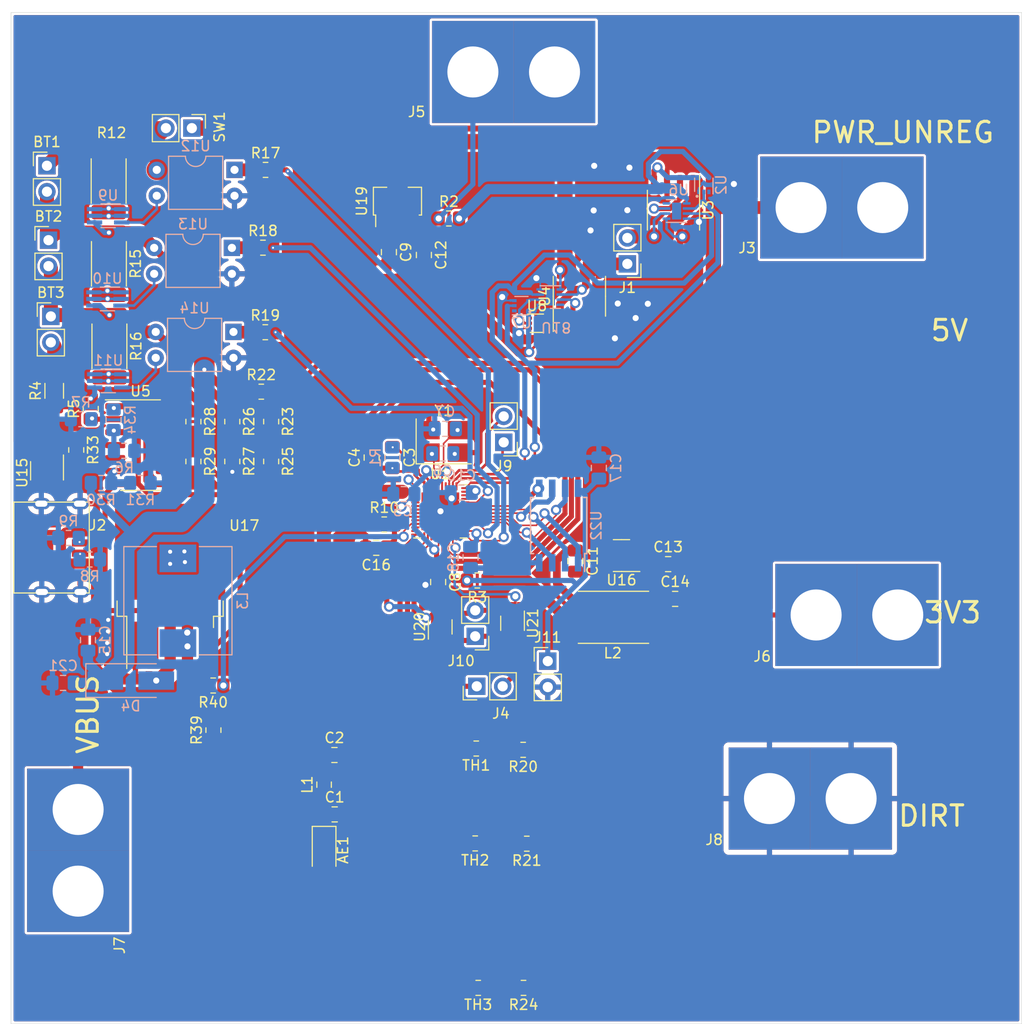
<source format=kicad_pcb>
(kicad_pcb (version 20211014) (generator pcbnew)
  (layers (0 "F.Cu" signal) (31 "B.Cu" signal) (34 "B.Paste" user) (35 "F.Paste" user) (36 "B.SilkS" user "B.Silkscreen") (37 "F.SilkS" user "F.Silkscreen") (38 "B.Mask" user) (39 "F.Mask" user) (44 "Edge.Cuts" user))
  (net 0 "")
  (net 1 "Net-(AE1-Pad1)")
  (net 3 "+BATT")
  (net 4 "Net-(BT1-Pad2)")
  (net 5 "Net-(BT2-Pad2)")
  (net 6 "Net-(BT3-Pad2)")
  (net 7 "GND")
  (net 8 "Net-(C2-Pad1)")
  (net 9 "Net-(C3-Pad1)")
  (net 10 "Net-(C3-Pad2)")
  (net 11 "+3V3")
  (net 12 "Net-(C6-Pad1)")
  (net 13 "Net-(C7-Pad1)")
  (net 14 "/MCU/3V3_MCU")
  (net 15 "Net-(C11-Pad1)")
  (net 16 "+5V")
  (net 17 "Net-(D4-Pad2)")
  (net 18 "Net-(J1-Pad1)")
  (net 19 "Net-(J1-Pad2)")
  (net 20 "Net-(R5-Pad1)")
  (net 21 "Net-(R34-Pad1)")
  (net 22 "Net-(R12-Pad2)")
  (net 23 "Net-(R15-Pad2)")
  (net 24 "Net-(R16-Pad2)")
  (net 25 "Net-(R17-Pad1)")
  (net 26 "Net-(R18-Pad1)")
  (net 27 "Net-(R19-Pad1)")
  (net 28 "Net-(R23-Pad2)")
  (net 29 "Net-(R30-Pad2)")
  (net 30 "Net-(R33-Pad2)")
  (net 31 "Net-(R34-Pad2)")
  (net 32 "Net-(R39-Pad2)")
  (net 38 "Net-(C11-Pad2)")
  (net 41 "Net-(U2-Pad4)")
  (net 42 "Net-(U12-Pad3)")
  (net 43 "Net-(U10-Pad3)")
  (net 44 "Net-(U11-Pad3)")
  (net 47 "Net-(J2-PadA5)")
  (net 48 "Net-(J2-PadB5)")
  (net 49 "Net-(U17-Pad2)")
  (net 50 "Net-(U18-Pad7)")
  (net 51 "PWR_UNREG")
  (net 52 "Net-(C10-Pad1)")
  (net 56 "Net-(U3-Pad2)")
  (net 57 "Net-(U4-Pad4)")
  (net 58 "Net-(U18-Pad2)")
  (net 59 "/Peltier Driver/5V_PD")
  (net 61 "/MCU/EN")
  (net 62 "Net-(U1-Pad26)")
  (net 63 "VBUS")
  (net 64 "/MCU/IO0")
  (net 65 "/MCU/DTR")
  (net 66 "/MCU/RTS")
  (net 67 "/MCU/RXD_MCU")
  (net 68 "/MCU/TXD_MCU")
  (net 69 "/MCU/CELL_DSCHG_3_MCU")
  (net 70 "/MCU/CELL_DSCHG_2_MCU")
  (net 71 "/MCU/CELL_DSCHG_1_MCU")
  (net 72 "/MCU/TEMP_SENSE_1")
  (net 73 "/MCU/TEMP_SENSE_2")
  (net 74 "/MCU/CELL_MEAS_3_MCU")
  (net 75 "/MCU/TEMP_SENSE_3")
  (net 76 "/MCU/CELL_MEAS_2_MCU")
  (net 77 "/MCU/CELL_MEAS_1_MCU")
  (net 79 "/MCU/SD_DATA_2")
  (net 80 "/MCU/SD_DATA_3")
  (net 81 "/MCU/SD_CMD")
  (net 82 "/MCU/SD_CLK")
  (net 83 "/MCU/SD_DATA_0")
  (net 84 "/MCU/SD_DATA_1")
  (net 85 "/MCU/DRIVER_DIR_MCU")
  (net 86 "/MCU/DRIVER_EN_MCU")
  (footprint "Resistor_SMD:R_0805_2012Metric_Pad1.20x1.40mm_HandSolder" (layer "F.Cu") (at 116.3574 114.7318 90)
    (fp_text reference "R39")
    (fp_text value "150k")
  )
  (footprint "Inductor_SMD:L_0805_2012Metric_Pad1.15x1.40mm_HandSolder" (layer "F.Cu") (at 127.2032 120.0748 90)
    (fp_text reference "L1")
    (fp_text value "1.807nH")
  )
  (footprint "Resistor_SMD:R_0805_2012Metric_Pad1.20x1.40mm_HandSolder" (layer "F.Cu") (at 118.2052 84.513 -90)
    (fp_text reference "R26")
    (fp_text value "180k")
  )
  (footprint "Inductor_SMD:L_Taiyo-Yuden_NR-50xx_HandSoldering" (layer "F.Cu") (at 155.5602 103.6828)
    (fp_text reference "L2")
    (fp_text value "3.3uH NRS5024T3R3NMGJ")
  )
  (footprint "Package_TO_SOT_SMD:TSOT-23-6" (layer "F.Cu") (at 156.3476 97.6376 180)
    (fp_text reference "U16")
    (fp_text value "AP63203WU")
  )
  (footprint "Resistor_SMD:R_0805_2012Metric_Pad1.20x1.40mm_HandSolder" (layer "F.Cu") (at 133.096 94.5896)
    (fp_text reference "R10")
    (fp_text value "20k")
  )
  (footprint "Package_TO_SOT_SMD:SOT-23-5_HandSoldering" (layer "F.Cu") (at 100.0506 89.3318 -90)
    (fp_text reference "U15")
    (fp_text value "AS431")
  )
  (footprint "Resistor_SMD:R_0805_2012Metric_Pad1.20x1.40mm_HandSolder" (layer "F.Cu") (at 142.2146 100.076 180)
    (fp_text reference "R3")
    (fp_text value "0")
  )
  (footprint "Capacitor_SMD:C_0805_2012Metric_Pad1.18x1.45mm_HandSolder" (layer "F.Cu") (at 133.8972 88.0371 -90)
    (fp_text reference "C3")
    (fp_text value "3.3nF")
  )
  (footprint "Resistor_SMD:R_0805_2012Metric_Pad1.20x1.40mm_HandSolder" (layer "F.Cu") (at 122.0152 88.418 -90)
    (fp_text reference "R25")
    (fp_text value "4.3k")
  )
  (footprint "1KicadLib:GatorTestpoint" (layer "F.Cu") (at 169.4464 62.2508)
    (fp_text reference "J3")
    (fp_text value "Conn_01x01_Male")
  )
  (footprint "Capacitor_SMD:C_0805_2012Metric_Pad1.18x1.45mm_HandSolder" (layer "F.Cu") (at 128.2153 117.1702)
    (fp_text reference "C2")
    (fp_text value "4.64pF")
  )
  (footprint "Capacitor_SMD:C_0805_2012Metric_Pad1.18x1.45mm_HandSolder" (layer "F.Cu") (at 128.2407 122.9868)
    (fp_text reference "C1")
    (fp_text value "3.797pF")
  )
  (footprint "Connector_PinHeader_2.54mm:PinHeader_1x02_P2.54mm_Vertical" (layer "F.Cu") (at 114.2428 55.7696 -90)
    (fp_text reference "SW1")
    (fp_text value "Power Switch")
  )
  (footprint "Resistor_SMD:R_0805_2012Metric_Pad1.20x1.40mm_HandSolder" (layer "F.Cu") (at 121.4658 59.859)
    (fp_text reference "R17")
    (fp_text value "200")
  )
  (footprint "Package_TO_SOT_SMD:SOT-363_SC-70-6_Handsoldering" (layer "F.Cu") (at 138.5824 104.6226 90)
    (fp_text reference "U20")
    (fp_text value "BSD316")
  )
  (footprint "Connector_PinHeader_2.54mm:PinHeader_1x02_P2.54mm_Vertical" (layer "F.Cu") (at 100.1966 66.7424)
    (fp_text reference "BT2")
    (fp_text value "Battery_Cell")
  )
  (footprint "1KicadLib:GatorTestpoint" (layer "F.Cu") (at 170.9196 102.1542)
    (fp_text reference "J6")
    (fp_text value "Conn_01x01_Male")
  )
  (footprint "Resistor_SMD:R_0805_2012Metric_Pad1.20x1.40mm_HandSolder" (layer "F.Cu") (at 146.7104 116.6622 180)
    (fp_text reference "R20")
    (fp_text value "90k")
  )
  (footprint "Resistor_SMD:R_0805_2012Metric_Pad1.20x1.40mm_HandSolder" (layer "F.Cu") (at 139.43 64.6176)
    (fp_text reference "R2")
    (fp_text value "0")
  )
  (footprint "1KicadLib:USB4125-GF-A" (layer "F.Cu") (at 103.2918 97.4006 -90)
    (fp_text reference "J2")
    (fp_text value "USB_C_Receptacle_USB2.0")
  )
  (footprint "Capacitor_SMD:C_0805_2012Metric_Pad1.18x1.45mm_HandSolder" (layer "F.Cu") (at 151.8264 98.171 -90)
    (fp_text reference "C11")
    (fp_text value "100nF")
  )
  (footprint "Resistor_SMD:R_0805_2012Metric_Pad1.20x1.40mm_HandSolder" (layer "F.Cu") (at 121.2118 67.479)
    (fp_text reference "R18")
    (fp_text value "200")
  )
  (footprint "Capacitor_SMD:C_0805_2012Metric_Pad1.18x1.45mm_HandSolder" (layer "F.Cu") (at 133.5532 67.9157 -90)
    (fp_text reference "C9")
    (fp_text value "10uF")
  )
  (footprint "Resistor_SMD:R_0805_2012Metric_Pad1.20x1.40mm_HandSolder" (layer "F.Cu") (at 116.332 110.363 180)
    (fp_text reference "R40")
    (fp_text value "100k")
  )
  (footprint "Crystal:Crystal_SMD_SeikoEpson_FA238-4Pin_3.2x2.5mm_HandSoldering" (layer "F.Cu") (at 138.9242 86.4506)
    (fp_text reference "Y1")
    (fp_text value "Crystal_GND24")
  )
  (footprint "Capacitor_SMD:C_0805_2012Metric_Pad1.18x1.45mm_HandSolder" (layer "F.Cu") (at 136.9822 68.1951 -90)
    (fp_text reference "C12")
    (fp_text value "10uF")
  )
  (footprint "Connector_PinHeader_2.54mm:PinHeader_1x02_P2.54mm_Vertical" (layer "F.Cu") (at 149.1234 107.9754)
    (fp_text reference "J11")
    (fp_text value "PROG_PORT")
  )
  (footprint "Connector_PinHeader_2.54mm:PinHeader_1x02_P2.54mm_Vertical" (layer "F.Cu") (at 100.4252 74.21)
    (fp_text reference "BT3")
    (fp_text value "Battery_Cell")
  )
  (footprint "RF_Antenna:Johanson_2450AT18x100" (layer "F.Cu") (at 127.2032 126.4688 -90)
    (fp_text reference "AE1")
    (fp_text value "Antenna_Chip")
  )
  (footprint "Resistor_SMD:R_0805_2012Metric_Pad1.20x1.40mm_HandSolder" (layer "F.Cu") (at 121.4404 75.7594)
    (fp_text reference "R19")
    (fp_text value "200")
  )
  (footprint "Connector_PinHeader_2.54mm:PinHeader_1x02_P2.54mm_Vertical" (layer "F.Cu") (at 144.8054 86.5428 180)
    (fp_text reference "J9")
    (fp_text value "PROG_PORT")
  )
  (footprint "Package_TO_SOT_SMD:TO-263-5_TabPin3" (layer "F.Cu") (at 112.1156 100.6348 90)
    (fp_text reference "U17")
    (fp_text value "XL6009")
  )
  (footprint "Package_DFN_QFN:QFN-48-1EP_5x5mm_P0.35mm_EP3.7x3.7mm" (layer "F.Cu") (at 138.5962 93.3056)
    (fp_text reference "U1")
    (fp_text value "ESP32-D-WD-V3")
  )
  (footprint "Capacitor_SMD:C_0805_2012Metric_Pad1.18x1.45mm_HandSolder" (layer "F.Cu") (at 132.3125 96.8756 180)
    (fp_text reference "C16")
    (fp_text value "100nF")
  )
  (footprint "Resistor_SMD:R_0805_2012Metric_Pad1.20x1.40mm_HandSolder" (layer "F.Cu") (at 142.113 116.5352 180)
    (fp_text reference "TH1")
    (fp_text value "SDNT2012X103F3950FTF")
  )
  (footprint "1KicadLib:GatorTestpoint" (layer "F.Cu") (at 101.7986 135.0042 90)
    (fp_text reference "J7")
    (fp_text value "Conn_01x01_Male")
  )
  (footprint "Resistor_SMD:R_1206_3216Metric_Pad1.30x1.75mm_HandSolder" (layer "F.Cu") (at 100.7554 81.5004 90)
    (fp_text reference "R4")
    (fp_text value ".1")
  )
  (footprint "Capacitor_SMD:C_0805_2012Metric_Pad1.18x1.45mm_HandSolder" (layer "F.Cu") (at 160.9196 98.4758)
    (fp_text reference "C13")
    (fp_text value "22uF")
  )
  (footprint "Resistor_SMD:R_0805_2012Metric_Pad1.20x1.40mm_HandSolder" (layer "F.Cu") (at 147.066 125.857 180)
    (fp_text reference "R21")
    (fp_text value "90k")
  )
  (footprint "Package_TO_SOT_SMD:SOT-553" (layer "F.Cu") (at 148.0566 74.8792)
    (fp_text reference "U8")
    (fp_text value "NL17SZ14")
  )
  (footprint "Resistor_SMD:R_0805_2012Metric_Pad1.20x1.40mm_HandSolder" (layer "F.Cu") (at 142.0114 125.8316 180)
    (fp_text reference "TH2")
    (fp_text value "SDNT2012X103F3950FTF")
  )
  (footprint "1KicadLib:GatorTestpoint" (layer "F.Cu") (at 137.2838 48.9666)
    (fp_text reference "J5")
    (fp_text value "Conn_01x01_Male")
  )
  (footprint "Package_TO_SOT_SMD:SOT-89-3" (layer "F.Cu") (at 134.3914 63.2206 90)
    (fp_text reference "U19")
    (fp_text value "HT75xx-1-SOT89")
  )
  (footprint "1KicadLib:GatorTestpoint" (layer "F.Cu") (at 166.3476 120.1374)
    (fp_text reference "J8")
    (fp_text value "Conn_01x01_Male")
  )
  (footprint "Resistor_SMD:R_0805_2012Metric_Pad1.20x1.40mm_HandSolder" (layer "F.Cu") (at 118.2052 88.418 -90)
    (fp_text reference "R27")
    (fp_text value "68k")
  )
  (footprint "Package_SO:SOIC-14_3.9x8.7mm_P1.27mm" (layer "F.Cu") (at 109.2136 86.8178)
    (fp_text reference "U5")
    (fp_text value "LM324")
  )
  (footprint "Resistor_SMD:R_0805_2012Metric_Pad1.20x1.40mm_HandSolder" (layer "F.Cu") (at 142.3068 139.9794 180)
    (fp_text reference "TH3")
    (fp_text value "SDNT2012X103F3950FTF")
  )
  (footprint "Resistor_SMD:R_2512_6332Metric_Pad1.40x3.35mm_HandSolder" (layer "F.Cu") (at 106.1656 77.131 -90)
    (fp_text reference "R16")
    (fp_text value "28.7")
  )
  (footprint "Package_SO:SO-8_3.9x4.9mm_P1.27mm" (layer "F.Cu") (at 152.2222 72.2376 90)
    (fp_text reference "U4")
    (fp_text value "DMT3020LSDQ")
  )
  (footprint "Capacitor_SMD:C_0805_2012Metric_Pad1.18x1.45mm_HandSolder" (layer "F.Cu") (at 138.3792 100.2284 -90)
    (fp_text reference "C8")
    (fp_text value "100nF")
  )
  (footprint "Capacitor_SMD:C_0805_2012Metric_Pad1.18x1.45mm_HandSolder" (layer "F.Cu") (at 161.6054 101.8794)
    (fp_text reference "C14")
    (fp_text value "22uF")
  )
  (footprint "Capacitor_SMD:C_0805_2012Metric_Pad1.18x1.45mm_HandSolder" (layer "F.Cu") (at 131.8652 88.0371 90)
    (fp_text reference "C4")
    (fp_text value "10nF")
  )
  (footprint "Package_TO_SOT_SMD:SOT-363_SC-70-6_Handsoldering" (layer "F.Cu") (at 145.669 104.267 -90)
    (fp_text reference "U21")
    (fp_text value "BSD316")
  )
  (footprint "Resistor_SMD:R_0805_2012Metric_Pad1.20x1.40mm_HandSolder" (layer "F.Cu") (at 146.7452 139.9794 180)
    (fp_text reference "R24")
    (fp_text value "90k")
  )
  (footprint "Resistor_SMD:R_0805_2012Metric_Pad1.20x1.40mm_HandSolder" (layer "F.Cu") (at 121.047 81.5848)
    (fp_text reference "R22")
    (fp_text value "180k")
  )
  (footprint "Connector_PinHeader_2.54mm:PinHeader_1x02_P2.54mm_Vertical" (layer "F.Cu") (at 156.9212 69.0676 180)
    (fp_text reference "J1")
    (fp_text value "Peltier Connection")
  )
  (footprint "Connector_PinHeader_2.54mm:PinHeader_1x02_P2.54mm_Vertical" (layer "F.Cu") (at 100.0442 59.4526)
    (fp_text reference "BT1")
    (fp_text value "Battery_Cell")
  )
  (footprint "Package_SO:SO-8_3.9x4.9mm_P1.27mm" (layer "F.Cu") (at 161.4424 63.8048 -90)
    (fp_text reference "U3")
    (fp_text value "DMT3020LSDQ")
  )
  (footprint "Resistor_SMD:R_0805_2012Metric_Pad1.20x1.40mm_HandSolder" (layer "F.Cu") (at 122.0152 84.513 -90)
    (fp_text reference "R23")
    (fp_text value "36k")
  )
  (footprint "Resistor_SMD:R_0805_2012Metric_Pad1.20x1.40mm_HandSolder" (layer "F.Cu") (at 102.9144 87.291 -90)
    (fp_text reference "R33")
    (fp_text value "500")
  )
  (footprint "Connector_PinHeader_2.54mm:PinHeader_1x02_P2.54mm_Vertical" (layer "F.Cu") (at 142.1638 110.4392 90)
    (fp_text reference "J4")
    (fp_text value "PROG_PORT")
  )
  (footprint "Resistor_SMD:R_0805_2012Metric_Pad1.20x1.40mm_HandSolder" (layer "F.Cu") (at 114.3952 88.418 -90)
    (fp_text reference "R29")
    (fp_text value "620k")
  )
  (footprint "Resistor_SMD:R_2512_6332Metric_Pad1.40x3.35mm_HandSolder" (layer "F.Cu") (at 106.1148 69.0538 -90)
    (fp_text reference "R15")
    (fp_text value "28.7")
  )
  (footprint "Resistor_SMD:R_0805_2012Metric_Pad1.20x1.40mm_HandSolder" (layer "F.Cu") (at 114.3952 84.513 -90)
    (fp_text reference "R28")
    (fp_text value "510k")
  )
  (footprint "Connector_PinHeader_2.54mm:PinHeader_1x02_P2.54mm_Vertical" (layer "F.Cu") (at 142.0114 105.542 180)
    (fp_text reference "J10")
    (fp_text value "PROG_PORT")
  )
  (footprint "Resistor_SMD:R_2512_6332Metric_Pad1.40x3.35mm_HandSolder" (layer "F.Cu") (at 106.0894 60.9512 -90)
    (fp_text reference "R12")
    (fp_text value "28.7")
  )
  (footprint "Resistor_SMD:R_0805_2012Metric_Pad1.20x1.40mm_HandSolder" (layer "F.Cu") (at 104.3368 83.2524 90)
    (fp_text reference "R5")
    (fp_text value "1k")
  )
  (footprint "Capacitor_SMD:C_0805_2012Metric_Pad1.18x1.45mm_HandSolder" (layer "B.Cu") (at 154.1272 89.0563 90)
    (fp_text reference "C17")
    (fp_text value "100nF")
  )
  (footprint "Resistor_SMD:R_0805_2012Metric_Pad1.20x1.40mm_HandSolder" (layer "B.Cu") (at 106.572 84.338 90)
    (fp_text reference "R34")
    (fp_text value "12.5k")
  )
  (footprint "Diode_SMD:D_SMA_Handsoldering" (layer "B.Cu") (at 108.2548 109.8804)
    (fp_text reference "D4")
    (fp_text value "SS34")
  )
  (footprint "Package_DIP:DIP-4_W7.62mm" (layer "B.Cu") (at 118.3222 75.729 180)
    (fp_text reference "U14")
    (fp_text value "PC817")
  )
  (footprint "1KicadLib:TDFN_8_2x2mm_EP_0.9x1.65mm" (layer "B.Cu") (at 161.693 63.9686 180)
    (fp_text reference "U6")
    (fp_text value "slg55021")
  )
  (footprint "Resistor_SMD:R_0805_2012Metric_Pad1.20x1.40mm_HandSolder" (layer "B.Cu") (at 102.1588 95.9104 180)
    (fp_text reference "R9")
    (fp_text value "5.1k")
  )
  (footprint "Capacitor_SMD:C_0805_2012Metric_Pad1.18x1.45mm_HandSolder" (layer "B.Cu") (at 138.8287 87.6366)
    (fp_text reference "C6")
    (fp_text value "10pF")
  )
  (footprint "1KicadLib:TDFN_8_2x2mm_EP_0.9x1.65mm" (layer "B.Cu") (at 149.4282 72.2376)
    (fp_text reference "U18")
    (fp_text value "slg55021")
  )
  (footprint "Capacitor_SMD:C_0805_2012Metric_Pad1.18x1.45mm_HandSolder" (layer "B.Cu") (at 135.0187 91.6146 180)
    (fp_text reference "C5")
    (fp_text value "100nF")
  )
  (footprint "Capacitor_SMD:C_0805_2012Metric_Pad1.18x1.45mm_HandSolder" (layer "B.Cu") (at 141.5542 97.8115 -90)
    (fp_text reference "C18")
    (fp_text value "1uF")
  )
  (footprint "Capacitor_SMD:C_0805_2012Metric_Pad1.18x1.45mm_HandSolder" (layer "B.Cu") (at 104.0638 105.918 90)
    (fp_text reference "C15")
    (fp_text value "10uF")
  )
  (footprint "Capacitor_SMD:C_0805_2012Metric_Pad1.18x1.45mm_HandSolder" (layer "B.Cu") (at 140.6437 91.4654 180)
    (fp_text reference "C10")
    (fp_text value "100nF")
  )
  (footprint "Package_TO_SOT_SMD:SOT-553" (layer "B.Cu") (at 164.4142 61.3156 90)
    (fp_text reference "U2")
    (fp_text value "NL17SZ14")
  )
  (footprint "Package_TO_SOT_SMD:SOT-363_SC-70-6_Handsoldering" (layer "B.Cu") (at 105.9716 72.4978 180)
    (fp_text reference "U10")
    (fp_text value "BSD316")
  )
  (footprint "Package_TO_SOT_SMD:SOT-363_SC-70-6_Handsoldering" (layer "B.Cu") (at 106.0548 80.5242 180)
    (fp_text reference "U11")
    (fp_text value "BSD316")
  )
  (footprint "Resistor_SMD:R_0805_2012Metric_Pad1.20x1.40mm_HandSolder" (layer "B.Cu") (at 104.2416 98.0186)
    (fp_text reference "R8")
    (fp_text value "5.1k")
  )
  (footprint "Resistor_SMD:R_0805_2012Metric_Pad1.20x1.40mm_HandSolder" (layer "B.Cu") (at 103.3876 84.2778 180)
    (fp_text reference "R7")
    (fp_text value "12.5k")
  )
  (footprint "Resistor_SMD:R_0805_2012Metric_Pad1.20x1.40mm_HandSolder" (layer "B.Cu") (at 133.8972 88.0426 -90)
    (fp_text reference "R1")
    (fp_text value "20k")
  )
  (footprint "Package_TO_SOT_SMD:SOT-363_SC-70-6_Handsoldering" (layer "B.Cu") (at 106.0386 64.3548 180)
    (fp_text reference "U9")
    (fp_text value "BSD316")
  )
  (footprint "Capacitor_SMD:C_0805_2012Metric_Pad1.18x1.45mm_HandSolder" (layer "B.Cu") (at 139.0827 85.2236 180)
    (fp_text reference "C7")
    (fp_text value "10pF")
  )
  (footprint "Resistor_SMD:R_0805_2012Metric_Pad1.20x1.40mm_HandSolder" (layer "B.Cu") (at 105.3434 90.5262)
    (fp_text reference "R30")
    (fp_text value "200k")
  )
  (footprint "Package_DIP:DIP-4_W7.62mm" (layer "B.Cu") (at 118.4238 59.854 180)
    (fp_text reference "U12")
    (fp_text value "PC817")
  )
  (footprint "Package_TO_SOT_SMD:SOT-553" (layer "B.Cu") (at 146.5438 73.16)
    (fp_text reference "U7")
    (fp_text value "NL17SZ14")
  )
  (footprint "Package_DIP:DIP-4_W7.62mm" (layer "B.Cu") (at 118.1698 67.4994 180)
    (fp_text reference "U13")
    (fp_text value "PC817")
  )
  (footprint "Capacitor_SMD:C_0805_2012Metric_Pad1.18x1.45mm_HandSolder" (layer "B.Cu") (at 101.6254 110.109 180)
    (fp_text reference "C21")
    (fp_text value "100nF")
  )
  (footprint "Inductor_SMD:L_10.4x10.4_H4.8" (layer "B.Cu") (at 112.8776 102.0572 90)
    (fp_text reference "L3")
    (fp_text value "33uH")
  )
  (footprint "Package_SO:SOIC-8W_5.3x5.3mm_P1.27mm" (layer "B.Cu") (at 150.1902 94.6912 90)
    (fp_text reference "U22")
    (fp_text value "W25Q40CL")
  )
  (footprint "Resistor_SMD:R_0805_2012Metric_Pad1.20x1.40mm_HandSolder" (layer "B.Cu") (at 107.604 87.3766)
    (fp_text reference "R6")
    (fp_text value "1k")
  )
  (footprint "Resistor_SMD:R_0805_2012Metric_Pad1.20x1.40mm_HandSolder" (layer "B.Cu") (at 109.1976 90.5262)
    (fp_text reference "R31")
    (fp_text value "51k")
  )
  (gr_rect (start 96.52 44.45) (end 195.58 143.51) (layer "Edge.Cuts") (width 0.05) (fill none))
  (gr_text "PWR_UNREG" (at 183.9214 56.1848) (layer "F.SilkS") (effects (font (size 2 2) (thickness 0.3))))
  (gr_text "VBUS" (at 104.0638 113.1814 90) (layer "F.SilkS") (effects (font (size 2 2) (thickness 0.3))))
  (gr_text "3V3" (at 188.7982 103.2256) (layer "F.SilkS") (effects (font (size 2 2) (thickness 0.3))))
  (gr_text "5V" (at 188.4934 75.5904) (layer "F.SilkS") (effects (font (size 2 2) (thickness 0.3))))
  (gr_text "DIRT\n" (at 186.7408 123.1392) (layer "F.SilkS") (effects (font (size 2 2) (thickness 0.3))))
  (segment (start 127.2032 121.0998) (end 127.2032 122.9868) (width 1.375) (layer "F.Cu") (net 1))
  (segment (start 127.2032 125.0188) (end 127.2032 122.9868) (width 1.375) (layer "F.Cu") (net 1))
  (segment (start 110.744 56.7284) (end 110.8038 56.7882) (width 1.375) (layer "F.Cu") (net 3))
  (segment (start 106.0152 57.827) (end 106.0894 57.9012) (width 1.375) (layer "F.Cu") (net 3))
  (segment (start 108.221 55.7696) (end 106.0894 57.9012) (width 1.375) (layer "F.Cu") (net 3))
  (segment (start 110.8038 59.854) (end 113.6766 59.854) (width 2) (layer "F.Cu") (net 3))
  (segment (start 117.6274 81.5848) (end 115.4684 79.4258) (width 0.75) (layer "F.Cu") (net 3))
  (segment (start 120.047 81.5848) (end 117.6274 81.5848) (width 0.75) (layer "F.Cu") (net 3))
  (segment (start 110.8038 56.7882) (end 110.8038 59.854) (width 1.375) (layer "F.Cu") (net 3))
  (segment (start 101.6698 57.827) (end 106.0152 57.827) (width 1.375) (layer "F.Cu") (net 3))
  (segment (start 111.7028 55.7696) (end 110.744 56.7284) (width 1.375) (layer "F.Cu") (net 3))
  (segment (start 100.0442 59.4526) (end 101.6698 57.827) (width 1.375) (layer "F.Cu") (net 3))
  (segment (start 111.7028 55.7696) (end 108.221 55.7696) (width 1.375) (layer "F.Cu") (net 3))
  (segment (start 115.4684 61.6458) (end 115.4684 79.4258) (width 2) (layer "F.Cu") (net 3))
  (segment (start 113.6766 59.854) (end 115.4684 61.6458) (width 2) (layer "F.Cu") (net 3))
  (via (at 115.4684 79.4258) (size 0.6) (drill 0.4) (layers "F.Cu" "B.Cu") (net 3))
  (segment (start 104.3434 90.5262) (end 104.3434 91.5164) (width 0.75) (layer "B.Cu") (net 3))
  (segment (start 115.4684 79.4258) (end 115.4684 92.0496) (width 2) (layer "B.Cu") (net 3))
  (segment (start 107.6198 96.7232) (end 107.6198 108.0154) (width 2) (layer "B.Cu") (net 3))
  (segment (start 102.6629 110.109) (end 105.5262 110.109) (width 1) (layer "B.Cu") (net 3))
  (segment (start 110.0074 94.3356) (end 109.0422 95.3008) (width 2) (layer "B.Cu") (net 3))
  (segment (start 113.1824 94.3356) (end 110.0074 94.3356) (width 2) (layer "B.Cu") (net 3))
  (segment (start 108.1278 95.3008) (end 109.0422 95.3008) (width 0.75) (layer "B.Cu") (net 3))
  (segment (start 104.3434 91.5164) (end 108.1278 95.3008) (width 0.75) (layer "B.Cu") (net 3))
  (segment (start 115.4684 92.0496) (end 113.1824 94.3356) (width 2) (layer "B.Cu") (net 3))
  (segment (start 104.0638 108.1894) (end 105.7548 109.8804) (width 1) (layer "B.Cu") (net 3))
  (segment (start 107.6198 108.0154) (end 105.7548 109.8804) (width 2) (layer "B.Cu") (net 3))
  (segment (start 104.0638 106.9555) (end 104.0638 108.1894) (width 1) (layer "B.Cu") (net 3))
  (segment (start 109.0422 95.3008) (end 107.6198 96.7232) (width 2) (layer "B.Cu") (net 3))
  (segment (start 105.3846 110.2506) (end 105.7548 109.8804) (width 1.375) (layer "B.Cu") (net 3))
  (segment (start 105.5262 110.109) (end 105.7548 109.8804) (width 1) (layer "B.Cu") (net 3))
  (segment (start 115.848111 81.155911) (end 114.846454 81.155911) (width 0.75) (layer "F.Cu") (net 4))
  (segment (start 118.2052 83.513) (end 115.848111 81.155911) (width 0.75) (layer "F.Cu") (net 4))
  (segment (start 113.839889 70.789489) (end 110.5498 67.4994) (width 0.75) (layer "F.Cu") (net 4))
  (segment (start 110.5498 67.4994) (end 109.0542 66.0038) (width 1.25) (layer "F.Cu") (net 4))
  (segment (start 100.0442 61.9926) (end 100.0442 66.59) (width 1.375) (layer "F.Cu") (net 4))
  (segment (start 113.839889 80.149346) (end 113.839889 70.789489) (width 0.75) (layer "F.Cu") (net 4))
  (segment (start 100.0442 66.59) (end 100.1966 66.7424) (width 1.375) (layer "F.Cu") (net 4))
  (segment (start 109.0542 66.0038) (end 106.1148 66.0038) (width 1.25) (layer "F.Cu") (net 4))
  (segment (start 100.9352 66.0038) (end 100.1966 66.7424) (width 1.375) (layer "F.Cu") (net 4))
  (segment (start 114.846454 81.155911) (end 113.839889 80.149346) (width 0.75) (layer "F.Cu") (net 4))
  (segment (start 106.1148 66.0038) (end 100.9352 66.0038) (width 1.375) (layer "F.Cu") (net 4))
  (via (at 106.1148 66.0038) (size 0.6) (drill 0.4) (layers "F.Cu" "B.Cu") (net 4))
  (segment (start 104.7086 65.0048) (end 105.7076 66.0038) (width 0.5) (layer "B.Cu") (net 4))
  (segment (start 105.7076 66.0038) (end 106.1148 66.0038) (width 0.5) (layer "B.Cu") (net 4))
  (segment (start 107.8136 75.729) (end 106.1656 74.081) (width 1.25) (layer "F.Cu") (net 5))
  (segment (start 114.3952 83.513) (end 112.963378 82.081178) (width 0.75) (layer "F.Cu") (net 5))
  (segment (start 100.4252 74.21) (end 100.4252 69.511) (width 1.375) (layer "F.Cu") (net 5))
  (segment (start 100.4252 69.511) (end 100.1966 69.2824) (width 1.375) (layer "F.Cu") (net 5))
  (segment (start 110.7022 75.729) (end 107.8136 75.729) (width 1.25) (layer "F.Cu") (net 5))
  (segment (start 112.963378 77.990178) (end 110.7022 75.729) (width 0.75) (layer "F.Cu") (net 5))
  (segment (start 106.1656 74.081) (end 100.5542 74.081) (width 1.375) (layer "F.Cu") (net 5))
  (segment (start 100.5542 74.081) (end 100.4252 74.21) (width 1.375) (layer "F.Cu") (net 5))
  (segment (start 112.963378 82.081178) (end 112.963378 77.990178) (width 0.75) (layer "F.Cu") (net 5))
  (via (at 106.1656 74.081) (size 0.6) (drill 0.4) (layers "F.Cu" "B.Cu") (net 5))
  (segment (start 104.6416 73.1478) (end 105.2324 73.1478) (width 0.5) (layer "B.Cu") (net 5))
  (segment (start 105.2324 73.1478) (end 106.1656 74.081) (width 0.5) (layer "B.Cu") (net 5))
  (segment (start 102.3302 79.9504) (end 100.7554 79.9504) (width 1) (layer "F.Cu") (net 6))
  (segment (start 104.3368 82.2524) (end 104.3368 81.957) (width 1) (layer "F.Cu") (net 6))
  (segment (start 100.7554 77.0802) (end 100.4252 76.75) (width 1.375) (layer "F.Cu") (net 6))
  (segment (start 100.7554 79.9504) (end 100.7554 77.0802) (width 1.375) (layer "F.Cu") (net 6))
  (segment (start 104.3368 81.957) (end 102.3302 79.9504) (width 1) (layer "F.Cu") (net 6))
  (via (at 104.3368 82.2524) (size 0.6) (drill 0.4) (layers "F.Cu" "B.Cu") (net 6))
  (segment (start 104.7248 81.1742) (end 104.7248 81.8644) (width 0.5) (layer "B.Cu") (net 6))
  (segment (start 104.7248 81.8644) (end 104.3368 82.2524) (width 0.5) (layer "B.Cu") (net 6))
  (segment (start 146.7692 75.3792) (end 146.304 75.8444) (width 0.1524) (layer "F.Cu") (net 7))
  (segment (start 147.3566 75.3792) (end 146.7692 75.3792) (width 0.1524) (layer "F.Cu") (net 7))
  (via (at 148.0058 70.4596) (size 1) (drill 0.6) (layers "F.Cu" "B.Cu") (net 7))
  (via (at 163.9316 64.9478) (size 1) (drill 0.6) (layers "F.Cu" "B.Cu") (net 7))
  (via (at 139.7 92.0242) (size 1) (drill 0.6) (layers "F.Cu" "B.Cu") (net 7))
  (via (at 153.6192 63.8302) (size 1) (drill 0.6) (layers "F.Cu" "B.Cu") (net 7))
  (via (at 157.1244 59.6392) (size 1) (drill 0.6) (layers "F.Cu" "B.Cu") (net 7))
  (via (at 155.702 76.3524) (size 1) (drill 0.6) (layers "F.Cu" "B.Cu") (net 7))
  (via (at 105.9434 106.1974) (size 0.6) (drill 0.4) (layers "F.Cu" "B.Cu") (net 7))
  (via (at 153.67 59.4614) (size 1) (drill 0.6) (layers "F.Cu" "B.Cu") (net 7))
  (via (at 146.304 75.8444) (size 1) (drill 0.6) (layers "F.Cu" "B.Cu") (net 7))
  (via (at 106.045 103.9368) (size 0.6) (drill 0.4) (layers "F.Cu" "B.Cu") (net 7))
  (via (at 140.0048 87.6808) (size 0.6) (drill 0.4) (layers "F.Cu" "B.Cu") (net 7))
  (via (at 157.734 74.3712) (size 1) (drill 0.6) (layers "F.Cu" "B.Cu") (net 7))
  (via (at 144.653 72.3138) (size 1) (drill 0.6) (layers "F.Cu" "B.Cu") (net 7))
  (via (at 156.9212 63.8048) (size 1) (drill 0.6) (layers "F.Cu" "B.Cu") (net 7))
  (via (at 105.9434 107.2896) (size 0.6) (drill 0.4) (layers "F.Cu" "B.Cu") (net 7))
  (via (at 153.3144 65.786) (size 1) (drill 0.6) (layers "F.Cu" "B.Cu") (net 7))
  (via (at 158.9278 72.9742) (size 1) (drill 0.6) (layers "F.Cu" "B.Cu") (net 7))
  (via (at 138.6078 93.2942) (size 1) (drill 0.6) (layers "F.Cu" "B.Cu") (net 7))
  (via (at 118.2116 89.4334) (size 0.6) (drill 0.4) (layers "F.Cu" "B.Cu") (net 7))
  (via (at 167.3606 61.2394) (size 1) (drill 0.6) (layers "F.Cu" "B.Cu") (net 7))
  (via (at 155.9814 72.9488) (size 1) (drill 0.6) (layers "F.Cu" "B.Cu") (net 7))
  (via (at 137.8966 85.2932) (size 0.6) (drill 0.4) (layers "F.Cu" "B.Cu") (net 7))
  (via (at 137.1346 100.5078) (size 1) (drill 0.6) (layers "F.Cu" "B.Cu") (net 7))
  (via (at 106.0196 105.0544) (size 0.6) (drill 0.4) (layers "F.Cu" "B.Cu") (net 7))
  (segment (start 164.313 61.2394) (end 167.3606 61.2394) (width 0.1524) (layer "B.Cu") (net 7))
  (segment (start 163.9142 61.6382) (end 164.313 61.2394) (width 0.1524) (layer "B.Cu") (net 7))
  (segment (start 162.7345 64.6376) (end 162.8848 64.6376) (width 0.1524) (layer "B.Cu") (net 7))
  (segment (start 163.6214 64.6376) (end 163.9316 64.9478) (width 0.1524) (layer "B.Cu") (net 7))
  (segment (start 163.9142 62.0156) (end 163.9142 61.6382) (width 0.1524) (layer "B.Cu") (net 7))
  (segment (start 162.7345 64.6376) (end 163.6214 64.6376) (width 0.1524) (layer "B.Cu") (net 7))
  (segment (start 148.3867 71.5686) (end 148.3867 70.8405) (width 0.1524) (layer "B.Cu") (net 7))
  (segment (start 145.8438 72.66) (end 144.9992 72.66) (width 0.1524) (layer "B.Cu") (net 7))
  (segment (start 148.3867 70.8405) (end 148.0058 70.4596) (width 0.1524) (layer "B.Cu") (net 7))
  (segment (start 144.9992 72.66) (end 144.653 72.3138) (width 0.1524) (layer "B.Cu") (net 7))
  (segment (start 127.2032 117.1956) (end 127.1778 117.1702) (width 1.375) (layer "F.Cu") (net 8))
  (segment (start 136.1462 91.3806) (end 135.416 91.3806) (width 0.127) (layer "F.Cu") (net 8))
  (segment (start 127.2032 119.0498) (end 127.2032 117.1956) (width 1.375) (layer "F.Cu") (net 8))
  (segment (start 135.4074 91.3892) (end 134.8486 91.3892) (width 0.5) (layer "F.Cu") (net 8))
  (segment (start 134.8486 91.3892) (end 130.9116 91.3892) (width 1.375) (layer "F.Cu") (net 8))
  (segment (start 135.416 91.3806) (end 135.4074 91.3892) (width 0.127) (layer "F.Cu") (net 8))
  (segment (start 127.1778 95.123) (end 127.1778 117.2972) (width 1.375) (layer "F.Cu") (net 8))
  (segment (start 130.9116 91.3892) (end 127.1778 95.123) (width 1.375) (layer "F.Cu") (net 8))
  (segment (start 137.251101 90.032501) (end 137.3632 90.1446) (width 0.25) (layer "F.Cu") (net 9))
  (segment (start 136.459299 89.592283) (end 136.899517 90.032501) (width 0.25) (layer "F.Cu") (net 9))
  (segment (start 133.9261 87.0285) (end 134.2471 87.0285) (width 0.25) (layer "F.Cu") (net 9))
  (segment (start 133.9261 87.0285) (end 133.8972 86.9996) (width 0.25) (layer "F.Cu") (net 9))
  (segment (start 134.2471 87.0285) (end 136.459299 89.240699) (width 0.25) (layer "F.Cu") (net 9))
  (segment (start 136.459299 89.240699) (end 136.459299 89.592283) (width 0.25) (layer "F.Cu") (net 9))
  (segment (start 137.3712 90.1526) (end 137.3632 90.1446) (width 0.1524) (layer "F.Cu") (net 9))
  (segment (start 137.3712 90.8556) (end 137.3712 90.1526) (width 0.1524) (layer "F.Cu") (net 9))
  (segment (start 136.899517 90.032501) (end 137.251101 90.032501) (width 0.25) (layer "F.Cu") (net 9))
  (via (at 133.9261 87.0285) (size 0.4) (drill 0.2) (layers "F.Cu" "B.Cu") (net 9))
  (segment (start 131.8652 89.0746) (end 133.8972 89.0746) (width 0.5) (layer "F.Cu") (net 10))
  (segment (start 137.0212 90.8556) (end 137.0212 90.4122) (width 0.1524) (layer "F.Cu") (net 10))
  (segment (start 136.082788 89.473788) (end 136.002099 89.393099) (width 0.25) (layer "F.Cu") (net 10))
  (segment (start 136.002099 89.393099) (end 134.215699 89.393099) (width 0.25) (layer "F.Cu") (net 10))
  (segment (start 136.743561 90.409011) (end 136.082788 89.748238) (width 0.25) (layer "F.Cu") (net 10))
  (segment (start 137.018012 90.409012) (end 136.743561 90.409011) (width 0.25) (layer "F.Cu") (net 10))
  (segment (start 137.0212 90.4122) (end 137.018012 90.409012) (width 0.25) (layer "F.Cu") (net 10))
  (segment (start 134.215699 89.393099) (end 133.8972 89.0746) (width 0.25) (layer "F.Cu") (net 10))
  (segment (start 136.082788 89.748238) (end 136.082788 89.473788) (width 0.25) (layer "F.Cu") (net 10))
  (via (at 133.8972 89.0746) (size 0.4) (drill 0.2) (layers "F.Cu" "B.Cu") (net 10))
  (segment (start 159.8821 98.4758) (end 159.8821 101.1936) (width 0.75) (layer "F.Cu") (net 11))
  (segment (start 147.7104 116.6622) (end 151.6126 116.6622) (width 0.5) (layer "F.Cu") (net 11))
  (segment (start 152.135378 116.139422) (end 152.135378 107.061) (width 0.5) (layer "F.Cu") (net 11))
  (segment (start 151.483689 104.392089) (end 147.1676 100.076) (width 1) (layer "F.Cu") (net 11))
  (segment (start 159.8821 101.1936) (end 160.5679 101.8794) (width 0.75) (layer "F.Cu") (net 11))
  (segment (start 148.066 117.0178) (end 147.7104 116.6622) (width 0.5) (layer "F.Cu") (net 11))
  (segment (start 157.8102 103.6828) (end 157.8102 105.3084) (width 1) (layer "F.Cu") (net 11))
  (segment (start 175.4196 103.4542) (end 160.9598 103.4542) (width 0.5) (layer "F.Cu") (net 11))
  (segment (start 160.9598 103.4542) (end 159.97645 102.47085) (width 0.5) (layer "F.Cu") (net 11))
  (segment (start 147.1676 100.076) (end 143.2146 100.076) (width 1) (layer "F.Cu") (net 11))
  (segment (start 147.7452 139.9794) (end 147.7452 126.1778) (width 0.5) (layer "F.Cu") (net 11))
  (segment (start 157.4851 98.5876) (end 159.7703 98.5876) (width 0.75) (layer "F.Cu") (net 11))
  (segment (start 148.066 125.857) (end 148.066 117.0178) (width 0.5) (layer "F.Cu") (net 11))
  (segment (start 157.8102 105.3084) (end 156.0576 107.061) (width 1) (layer "F.Cu") (net 11))
  (segment (start 159.97645 102.47085) (end 160.5679 101.8794) (width 0.75) (layer "F.Cu") (net 11))
  (segment (start 147.7452 126.1778) (end 148.066 125.857) (width 0.5) (layer "F.Cu") (net 11))
  (segment (start 156.0576 107.061) (end 152.135378 107.061) (width 1) (layer "F.Cu") (net 11))
  (segment (start 152.135378 107.061) (end 151.483689 106.409311) (width 1) (layer "F.Cu") (net 11))
  (segment (start 151.483689 106.409311) (end 151.483689 104.392089) (width 1) (layer "F.Cu") (net 11))
  (segment (start 151.6126 116.6622) (end 152.135378 116.139422) (width 0.5) (layer "F.Cu") (net 11))
  (segment (start 159.7703 98.5876) (end 159.8821 98.4758) (width 0.75) (layer "F.Cu") (net 11))
  (segment (start 157.8102 103.6828) (end 158.7645 103.6828) (width 0.75) (layer "F.Cu") (net 11))
  (segment (start 158.7645 103.6828) (end 159.97645 102.47085) (width 0.75) (layer "F.Cu") (net 11))
  (segment (start 138.0712 89.2) (end 138.0712 90.8556) (width 0.1524) (layer "F.Cu") (net 12))
  (segment (start 137.4742 87.5506) (end 137.964301 88.040701) (width 0.1524) (layer "F.Cu") (net 12))
  (segment (start 137.964301 88.040701) (end 137.964301 89.093101) (width 0.1524) (layer "F.Cu") (net 12))
  (segment (start 137.964301 89.093101) (end 138.0712 89.2) (width 0.1524) (layer "F.Cu") (net 12))
  (via (at 137.7696 87.6808) (size 0.6) (drill 0.4) (layers "F.Cu" "B.Cu") (net 12))
  (segment (start 138.4212 90.8556) (end 138.410699 90.845099) (width 0.1524) (layer "F.Cu") (net 13))
  (segment (start 138.9126 88.74443) (end 138.9126 86.6622) (width 0.1524) (layer "F.Cu") (net 13))
  (segment (start 140.2242 85.3506) (end 140.3742 85.3506) (width 0.1524) (layer "F.Cu") (net 13))
  (segment (start 138.410699 90.845099) (end 138.410699 89.246331) (width 0.1524) (layer "F.Cu") (net 13))
  (segment (start 138.9126 86.6622) (end 140.2242 85.3506) (width 0.1524) (layer "F.Cu") (net 13))
  (segment (start 138.410699 89.246331) (end 138.9126 88.74443) (width 0.1524) (layer "F.Cu") (net 13))
  (via (at 140.2842 85.344) (size 0.6) (drill 0.4) (layers "F.Cu" "B.Cu") (net 13))
  (segment (start 138.4212 95.7556) (end 138.4212 96.6304) (width 0.1524) (layer "F.Cu") (net 14))
  (segment (start 136.1462 91.0306) (end 136.1462 90.86412) (width 0.1524) (layer "F.Cu") (net 14))
  (segment (start 136.1462 91.0306) (end 136.0394 91.0306) (width 0.1524) (layer "F.Cu") (net 14))
  (segment (start 138.7712 90.8556) (end 138.7712 89.8796) (width 0.1524) (layer "F.Cu") (net 14))
  (segment (start 138.9927 99.1909) (end 139.8778 100.076) (width 0.5) (layer "F.Cu") (net 14))
  (segment (start 138.7712 89.8796) (end 139.2428 89.408) (width 0.1524) (layer "F.Cu") (net 14))
  (segment (start 135.525773 92.091773) (end 134.787098 92.830449) (width 0.1524) (layer "F.Cu") (net 14))
  (segment (start 137.9982 97.0534) (end 138.2268 97.282) (width 0.5) (layer "F.Cu") (net 14))
  (segment (start 138.4212 96.6304) (end 137.9982 97.0534) (width 0.1524) (layer "F.Cu") (net 14))
  (segment (start 138.2268 97.282) (end 138.2268 99.0385) (width 0.5) (layer "F.Cu") (net 14))
  (segment (start 136.1462 91.7306) (end 135.8026 91.7306) (width 0.1524) (layer "F.Cu") (net 14))
  (segment (start 136.1462 91.7306) (end 135.886947 91.7306) (width 0.1524) (layer "F.Cu") (net 14))
  (segment (start 137.7212 90.8556) (end 137.7212 89.7914) (width 0.1524) (layer "F.Cu") (net 14))
  (segment (start 132.670751 92.830449) (end 134.787098 92.830449) (width 0.5) (layer "F.Cu") (net 14))
  (segment (start 138.3792 99.1909) (end 138.9927 99.1909) (width 0.5) (layer "F.Cu") (net 14))
  (segment (start 138.2268 99.0385) (end 138.3792 99.1909) (width 0.5) (layer "F.Cu") (net 14))
  (segment (start 135.536946 92.0806) (end 135.525773 92.091773) (width 0.1524) (layer "F.Cu") (net 14))
  (segment (start 135.886947 91.7306) (end 135.525773 92.091773) (width 0.1524) (layer "F.Cu") (net 14))
  (segment (start 132.096 93.4052) (end 132.670751 92.830449) (width 0.5) (layer "F.Cu") (net 14))
  (segment (start 132.096 94.5896) (end 132.096 93.4052) (width 0.5) (layer "F.Cu") (net 14))
  (segment (start 136.1462 92.0806) (end 135.536946 92.0806) (width 0.1524) (layer "F.Cu") (net 14))
  (segment (start 139.8778 100.076) (end 141.2146 100.076) (width 0.5) (layer "F.Cu") (net 14))
  (segment (start 137.7212 89.7914) (end 137.2108 89.281) (width 0.1524) (layer "F.Cu") (net 14))
  (segment (start 136.1462 90.86412) (end 135.482707 90.200627) (width 0.1524) (layer "F.Cu") (net 14))
  (via (at 141.2146 100.076) (size 1) (drill 0.6) (layers "F.Cu" "B.Cu") (net 14))
  (via (at 137.2108 89.281) (size 1) (drill 0.6) (layers "F.Cu" "B.Cu") (net 14))
  (via (at 135.482707 90.200627) (size 1) (drill 0.6) (layers "F.Cu" "B.Cu") (net 14))
  (via (at 134.787098 92.830449) (size 1) (drill 0.6) (layers "F.Cu" "B.Cu") (net 14))
  (via (at 137.9982 97.0534) (size 1) (drill 0.6) (layers "F.Cu" "B.Cu") (net 14))
  (via (at 139.2428 89.408) (size 1) (drill 0.6) (layers "F.Cu" "B.Cu") (net 14))
  (segment (start 136.0562 90.8928) (end 136.0562 91.6146) (width 0.5) (layer "B.Cu") (net 14))
  (segment (start 152.796711 99.628489) (end 152.796711 91.742711) (width 0.5) (layer "B.Cu") (net 14))
  (segment (start 135.482707 90.473907) (end 135.482707 90.200627) (width 0.1524) (layer "B.Cu") (net 14))
  (segment (start 151.9428 100.4824) (end 149.1234 103.3018) (width 0.5) (layer "B.Cu") (net 14))
  (segment (start 137.9982 96.9557) (end 137.9982 97.0534) (width 0.5) (layer "B.Cu") (net 14))
  (segment (start 152.796711 91.742711) (end 152.32 91.266) (width 0.5) (layer "B.Cu") (net 14))
  (segment (start 152.32 91.266) (end 152.0952 91.0412) (width 0.5) (layer "B.Cu") (net 14))
  (segment (start 154.1272 90.0938) (end 152.955 91.266) (width 0.5) (layer "B.Cu") (net 14))
  (segment (start 137.541 89.6112) (end 137.6172 89.6112) (width 0.1524) (layer "B.Cu") (net 14))
  (segment (start 136.0424 94.9999) (end 137.9982 96.9557) (width 0.5) (layer "B.Cu") (net 14))
  (segment (start 149.1234 103.3018) (end 149.1234 107.9754) (width 0.5) (layer "B.Cu") (net 14))
  (segment (start 135.8392 90.8304) (end 135.482707 90.473907) (width 0.1524) (layer "B.Cu") (net 14))
  (segment (start 134.787098 92.830449) (end 134.840351 92.830449) (width 0.1524) (layer "B.Cu") (net 14))
  (segment (start 139.2428 89.408) (end 139.0396 89.408) (width 0.1524) (layer "B.Cu") (net 14))
  (segment (start 137.2108 89.281) (end 137.541 89.6112) (width 0.1524) (layer "B.Cu") (net 14))
  (segment (start 139.0396 89.408) (end 138.8364 89.6112) (width 0.1524) (layer "B.Cu") (net 14))
  (segment (start 151.9428 100.4824) (end 152.796711 99.628489) (width 0.5) (layer "B.Cu") (net 14))
  (segment (start 151.9428 100.4824) (end 151.5364 100.076) (width 0.5) (layer "B.Cu") (net 14))
  (segment (start 134.840351 92.830449) (end 136.0562 91.6146) (width 0.1524) (layer "B.Cu") (net 14))
  (segment (start 152.955 91.266) (end 152.32 91.266) (width 0.5) (layer "B.Cu") (net 14))
  (segment (start 151.5364 100.076) (end 141.2146 100.076) (width 0.5) (layer "B.Cu") (net 14))
  (segment (start 136.0562 91.6146) (end 135.8392 91.3976) (width 0.1524) (layer "B.Cu") (net 14))
  (segment (start 137.5918 89.5858) (end 137.3632 89.5858) (width 0.5) (layer "B.Cu") (net 14))
  (segment (start 138.8364 89.6112) (end 137.6172 89.6112) (width 0.5) (layer "B.Cu") (net 14))
  (segment (start 136.0424 91.6284) (end 136.0424 94.9999) (width 0.5) (layer "B.Cu") (net 14))
  (segment (start 135.8392 91.3976) (end 135.8392 90.8304) (width 0.1524) (layer "B.Cu") (net 14))
  (segment (start 137.6172 89.6112) (end 137.5918 89.5858) (width 0.5) (layer "B.Cu") (net 14))
  (segment (start 136.0562 91.6146) (end 136.0424 91.6284) (width 0.5) (layer "B.Cu") (net 14))
  (segment (start 137.3632 89.5858) (end 136.0562 90.8928) (width 0.5) (layer "B.Cu") (net 14))
  (segment (start 152.3305 97.6376) (end 151.8264 97.1335) (width 0.75) (layer "F.Cu") (net 15))
  (segment (start 151.8264 97.1335) (end 150.9737 97.1335) (width 0.75) (layer "F.Cu") (net 15))
  (segment (start 150.0124 98.0948) (end 150.0124 100.385) (width 0.75) (layer "F.Cu") (net 15))
  (segment (start 150.9737 97.1335) (end 150.0124 98.0948) (width 0.75) (layer "F.Cu") (net 15))
  (segment (start 150.0124 100.385) (end 153.3102 103.6828) (width 0.75) (layer "F.Cu") (net 15))
  (segment (start 155.2101 97.6376) (end 152.3305 97.6376) (width 0.75) (layer "F.Cu") (net 15))
  (segment (start 138.43 64.6176) (end 136.1444 64.6176) (width 1) (layer "F.Cu") (net 16))
  (segment (start 136.1444 64.6176) (end 135.8914 64.8706) (width 1) (layer "F.Cu") (net 16))
  (segment (start 136.9822 67.1576) (end 136.9822 65.9614) (width 1) (layer "F.Cu") (net 16))
  (segment (start 136.9822 65.9614) (end 135.8914 64.8706) (width 1) (layer "F.Cu") (net 16))
  (via (at 138.43 64.6176) (size 1) (drill 0.6) (layers "F.Cu" "B.Cu") (net 16))
  (segment (start 141.7838 50.2666) (end 141.7838 61.2638) (width 0.5) (layer "B.Cu") (net 16))
  (segment (start 141.7838 61.2638) (end 138.43 64.6176) (width 0.5) (layer "B.Cu") (net 16))
  (segment (start 112.1156 106.4098) (end 112.1156 98.4504) (width 1) (layer "F.Cu") (net 17))
  (segment (start 112.1156 98.4504) (end 112.1156 97.2598) (width 1) (layer "F.Cu") (net 17))
  (segment (start 112.1156 108.5196) (end 110.7548 109.8804) (width 1) (layer "F.Cu") (net 17))
  (segment (start 112.1156 106.4098) (end 112.1156 108.5196) (width 1) (layer "F.Cu") (net 17))
  (via (at 110.7548 109.8804) (size 1) (drill 0.6) (layers "F.Cu" "B.Cu") (net 17))
  (via (at 112.1156 97.2598) (size 0.6) (drill 0.4) (layers "F.Cu" "B.Cu") (net 17))
  (via (at 113.5126 97.2312) (size 0.6) (drill 0.4) (layers "F.Cu" "B.Cu") (net 17))
  (via (at 113.5634 98.2726) (size 0.6) (drill 0.4) (layers "F.Cu" "B.Cu") (net 17))
  (via (at 112.1156 98.4504) (size 0.6) (drill 0.4) (layers "F.Cu" "B.Cu") (net 17))
  (segment (start 156.9212 69.0676) (end 154.7222 69.0676) (width 1.25) (layer "F.Cu") (net 18))
  (segment (start 152.8572 71.1962) (end 152.8572 69.6626) (width 0.75) (layer "F.Cu") (net 18))
  (segment (start 151.707563 71.5899) (end 152.4635 71.5899) (width 0.75) (layer "F.Cu") (net 18))
  (segment (start 152.8572 69.6626) (end 154.1272 69.6626) (width 1.25) (layer "F.Cu") (net 18))
  (segment (start 152.4635 71.5899) (end 152.8572 71.1962) (width 0.75) (layer "F.Cu") (net 18))
  (segment (start 150.3172 72.980263) (end 151.707563 71.5899) (width 0.75) (layer "F.Cu") (net 18))
  (segment (start 150.3172 74.8126) (end 150.3172 72.980263) (width 0.75) (layer "F.Cu") (net 18))
  (segment (start 154.7222 69.0676) (end 154.1272 69.6626) (width 1.25) (layer "F.Cu") (net 18))
  (via (at 152.4635 71.5899) (size 1) (drill 0.6) (layers "F.Cu" "B.Cu") (net 18))
  (segment (start 150.3617 72.0686) (end 151.9848 72.0686) (width 0.25) (layer "B.Cu") (net 18))
  (segment (start 151.9848 72.0686) (end 152.4635 71.5899) (width 0.25) (layer "B.Cu") (net 18))
  (segment (start 160.8074 66.3798) (end 159.5374 66.3798) (width 1.375) (layer "F.Cu") (net 19))
  (segment (start 160.8074 65.411138) (end 161.502127 64.716411) (width 1.375) (layer "F.Cu") (net 19))
  (segment (start 160.8074 66.3798) (end 160.8074 65.411138) (width 1.375) (layer "F.Cu") (net 19))
  (segment (start 161.622989 64.716411) (end 163.6776 62.6618) (width 1.375) (layer "F.Cu") (net 19))
  (segment (start 157.069 66.3798) (end 156.9212 66.5276) (width 1.375) (layer "F.Cu") (net 19))
  (segment (start 161.502127 64.716411) (end 161.622989 64.716411) (width 1.375) (layer "F.Cu") (net 19))
  (segment (start 159.5374 66.3798) (end 157.069 66.3798) (width 1.375) (layer "F.Cu") (net 19))
  (segment (start 163.6776 62.6618) (end 163.6776 61.087) (width 1.375) (layer "F.Cu") (net 19))
  (via (at 159.5374 66.3798) (size 1) (drill 0.6) (layers "F.Cu" "B.Cu") (net 19))
  (segment (start 159.5374 64.7954) (end 159.5374 66.3798) (width 0.25) (layer "B.Cu") (net 19))
  (segment (start 160.7595 64.1376) (end 160.1952 64.1376) (width 0.25) (layer "B.Cu") (net 19))
  (segment (start 160.1952 64.1376) (end 159.5374 64.7954) (width 0.25) (layer "B.Cu") (net 19))
  (segment (start 104.54 84.2778) (end 104.4638 84.2016) (width 0.5) (layer "F.Cu") (net 20))
  (segment (start 106.7386 84.2778) (end 104.54 84.2778) (width 0.5) (layer "F.Cu") (net 20))
  (via (at 104.4638 84.2016) (size 0.6) (drill 0.4) (layers "F.Cu" "B.Cu") (net 20))
  (via (at 106.5974 85.3954) (size 0.6) (drill 0.4) (layers "F.Cu" "B.Cu") (net 21))
  (segment (start 106.604 85.37) (end 106.572 85.338) (width 0.5) (layer "B.Cu") (net 21))
  (segment (start 106.604 87.3766) (end 106.604 85.37) (width 0.5) (layer "B.Cu") (net 21))
  (via (at 106.0894 64.3802) (size 0.6) (drill 0.4) (layers "F.Cu" "B.Cu") (net 22))
  (via (at 106.0958 63.627) (size 0.6) (drill 0.4) (layers "F.Cu" "B.Cu") (net 22))
  (segment (start 106.0958 63.627) (end 106.018 63.7048) (width 0.25) (layer "B.Cu") (net 22))
  (segment (start 106.018 63.7048) (end 104.7086 63.7048) (width 0.25) (layer "B.Cu") (net 22))
  (segment (start 104.7086 64.3548) (end 106.064 64.3548) (width 0.25) (layer "B.Cu") (net 22))
  (segment (start 106.0958 63.627) (end 106.1736 63.7048) (width 0.25) (layer "B.Cu") (net 22))
  (segment (start 107.3686 64.3548) (end 106.1148 64.3548) (width 0.25) (layer "B.Cu") (net 22))
  (segment (start 106.1736 63.7048) (end 107.3686 63.7048) (width 0.25) (layer "B.Cu") (net 22))
  (segment (start 106.1148 64.3548) (end 106.0894 64.3802) (width 0.25) (layer "B.Cu") (net 22))
  (segment (start 106.064 64.3548) (end 106.0894 64.3802) (width 0.25) (layer "B.Cu") (net 22))
  (via (at 105.9688 71.7042) (size 0.6) (drill 0.4) (layers "F.Cu" "B.Cu") (net 23))
  (via (at 105.9878 72.4828) (size 0.6) (drill 0.4) (layers "F.Cu" "B.Cu") (net 23))
  (segment (start 105.8252 71.8478) (end 104.6416 71.8478) (width 0.25) (layer "B.Cu") (net 23))
  (segment (start 106.0028 72.4978) (end 105.9878 72.4828) (width 0.25) (layer "B.Cu") (net 23))
  (segment (start 105.9688 71.7042) (end 106.1124 71.8478) (width 0.25) (layer "B.Cu") (net 23))
  (segment (start 107.3016 72.4978) (end 106.0028 72.4978) (width 0.25) (layer "B.Cu") (net 23))
  (segment (start 104.6416 72.4978) (end 105.9728 72.4978) (width 0.25) (layer "B.Cu") (net 23))
  (segment (start 106.1124 71.8478) (end 107.3016 71.8478) (width 0.25) (layer "B.Cu") (net 23))
  (segment (start 105.9728 72.4978) (end 105.9878 72.4828) (width 0.25) (layer "B.Cu") (net 23))
  (segment (start 105.9688 71.7042) (end 105.8252 71.8478) (width 0.25) (layer "B.Cu") (net 23))
  (via (at 106.0894 79.8488) (size 0.6) (drill 0.4) (layers "F.Cu" "B.Cu") (net 24))
  (via (at 106.064 80.5346) (size 0.6) (drill 0.4) (layers "F.Cu" "B.Cu") (net 24))
  (segment (start 106.0536 80.5242) (end 106.064 80.5346) (width 0.25) (layer "B.Cu") (net 24))
  (segment (start 106.1148 79.8742) (end 106.0894 79.8488) (width 0.25) (layer "B.Cu") (net 24))
  (segment (start 104.7248 80.5242) (end 106.0536 80.5242) (width 0.25) (layer "B.Cu") (net 24))
  (segment (start 106.0744 80.5242) (end 106.064 80.5346) (width 0.25) (layer "B.Cu") (net 24))
  (segment (start 106.064 79.8742) (end 106.0894 79.8488) (width 0.25) (layer "B.Cu") (net 24))
  (segment (start 107.3848 80.5242) (end 106.0744 80.5242) (width 0.25) (layer "B.Cu") (net 24))
  (segment (start 107.3848 79.8742) (end 106.1148 79.8742) (width 0.25) (layer "B.Cu") (net 24))
  (segment (start 104.7248 79.8742) (end 106.064 79.8742) (width 0.25) (layer "B.Cu") (net 24))
  (segment (start 118.4238 59.854) (end 120.4608 59.854) (width 1.25) (layer "F.Cu") (net 25))
  (segment (start 120.4608 59.854) (end 120.4658 59.859) (width 1.25) (layer "F.Cu") (net 25))
  (segment (start 120.2118 67.479) (end 118.1902 67.479) (width 1.25) (layer "F.Cu") (net 26))
  (segment (start 118.1902 67.479) (end 118.1698 67.4994) (width 1.25) (layer "F.Cu") (net 26))
  (segment (start 118.3526 75.7594) (end 118.3222 75.729) (width 1.25) (layer "F.Cu") (net 27))
  (segment (start 120.4404 75.7594) (end 118.3526 75.7594) (width 1.25) (layer "F.Cu") (net 27))
  (segment (start 122.0152 87.418) (end 122.0152 85.513) (width 0.75) (layer "F.Cu") (net 28))
  (via (at 106.6482 89.3832) (size 0.6) (drill 0.4) (layers "F.Cu" "B.Cu") (net 29))
  (segment (start 106.3434 89.688) (end 106.6482 89.3832) (width 0.75) (layer "B.Cu") (net 29))
  (segment (start 106.3434 90.5262) (end 106.3434 89.688) (width 0.75) (layer "B.Cu") (net 29))
  (segment (start 108.1976 90.5262) (end 106.3434 90.5262) (width 0.75) (layer "B.Cu") (net 29))
  (segment (start 100.0506 87.9818) (end 101.0006 87.9818) (width 0.5) (layer "F.Cu") (net 30))
  (segment (start 106.7386 88.0878) (end 103.1176 88.0878) (width 0.5) (layer "F.Cu") (net 30))
  (segment (start 103.1176 88.0878) (end 102.9144 88.291) (width 0.5) (layer "F.Cu") (net 30))
  (segment (start 102.6052 87.9818) (end 102.9144 88.291) (width 0.5) (layer "F.Cu") (net 30))
  (segment (start 101.0006 87.9818) (end 102.6052 87.9818) (width 0.5) (layer "F.Cu") (net 30))
  (segment (start 115.5156 106.4098) (end 116.6276 106.4098) (width 0.5) (layer "F.Cu") (net 31))
  (segment (start 108.9914 84.1756) (end 107.8236 83.0078) (width 0.5) (layer "F.Cu") (net 31))
  (segment (start 108.9914 90.6018) (end 108.9914 84.1756) (width 0.5) (layer "F.Cu") (net 31))
  (segment (start 116.6276 106.4098) (end 118.9736 104.0638) (width 0.5) (layer "F.Cu") (net 31))
  (segment (start 110.0582 91.6686) (end 108.9914 90.6018) (width 0.5) (layer "F.Cu") (net 31))
  (segment (start 118.6434 91.6686) (end 110.0582 91.6686) (width 0.5) (layer "F.Cu") (net 31))
  (segment (start 118.9736 104.0638) (end 118.9736 91.9988) (width 0.5) (layer "F.Cu") (net 31))
  (segment (start 107.8236 83.0078) (end 106.7386 83.0078) (width 0.5) (layer "F.Cu") (net 31))
  (segment (start 118.9736 91.9988) (end 118.6434 91.6686) (width 0.5) (layer "F.Cu") (net 31))
  (via (at 106.5974 83.1856) (size 0.6) (drill 0.4) (layers "F.Cu" "B.Cu") (net 31))
  (segment (start 136.1462 94.5306) (end 135.7388 94.5306) (width 0.1524) (layer "F.Cu") (net 32))
  (segment (start 116.3574 113.7318) (end 117.332 112.7572) (width 1) (layer "F.Cu") (net 32))
  (segment (start 135.7388 94.5306) (end 135.001 95.2684) (width 0.1524) (layer "F.Cu") (net 32))
  (segment (start 117.332 112.7572) (end 117.332 110.363) (width 1) (layer "F.Cu") (net 32))
  (segment (start 135.001 95.2684) (end 135.001 95.7834) (width 0.1524) (layer "F.Cu") (net 32))
  (via (at 135.001 95.7834) (size 1) (drill 0.6) (layers "F.Cu" "B.Cu") (net 32))
  (via (at 117.332 110.363) (size 1) (drill 0.6) (layers "F.Cu" "B.Cu") (net 32))
  (segment (start 117.332 101.7938) (end 117.332 110.363) (width 0.5) (layer "B.Cu") (net 32))
  (segment (start 123.3424 95.7834) (end 117.332 101.7938) (width 0.5) (layer "B.Cu") (net 32))
  (segment (start 135.001 95.7834) (end 123.3424 95.7834) (width 0.5) (layer "B.Cu") (net 32))
  (segment (start 154.5892 99.2085) (end 155.2101 98.5876) (width 0.75) (layer "F.Cu") (net 38))
  (segment (start 151.8264 99.2085) (end 154.5892 99.2085) (width 0.75) (layer "F.Cu") (net 38))
  (segment (start 159.5374 59.944) (end 159.8676 59.6138) (width 0.5) (layer "F.Cu") (net 41))
  (segment (start 159.6136 61.1536) (end 159.5374 61.2298) (width 0.5) (layer "F.Cu") (net 41))
  (segment (start 159.5374 61.2298) (end 159.5374 59.944) (width 0.5) (layer "F.Cu") (net 41))
  (via (at 159.8676 59.6138) (size 1) (drill 0.6) (layers "F.Cu" "B.Cu") (net 41))
  (segment (start 160.8694 60.6156) (end 159.8676 59.6138) (width 0.5) (layer "B.Cu") (net 41))
  (segment (start 163.9142 60.6156) (end 160.8694 60.6156) (width 0.5) (layer "B.Cu") (net 41))
  (segment (start 110.8646 62.4548) (end 110.8038 62.394) (width 0.5) (layer "B.Cu") (net 42))
  (segment (start 110.8038 63.7044) (end 110.8038 62.394) (width 0.25) (layer "B.Cu") (net 42))
  (segment (start 109.5034 65.0048) (end 110.8038 63.7044) (width 0.25) (layer "B.Cu") (net 42))
  (segment (start 107.3686 65.0048) (end 109.5034 65.0048) (width 0.25) (layer "B.Cu") (net 42))
  (segment (start 108.574 73.1478) (end 110.5498 71.172) (width 0.25) (layer "B.Cu") (net 43))
  (segment (start 110.5498 71.172) (end 110.5498 70.0394) (width 0.25) (layer "B.Cu") (net 43))
  (segment (start 107.3016 73.1478) (end 108.574 73.1478) (width 0.25) (layer "B.Cu") (net 43))
  (segment (start 110.7022 79.6048) (end 110.7022 78.269) (width 0.25) (layer "B.Cu") (net 44))
  (segment (start 109.1328 81.1742) (end 110.7022 79.6048) (width 0.25) (layer "B.Cu") (net 44))
  (segment (start 107.3848 81.1742) (end 109.1328 81.1742) (width 0.25) (layer "B.Cu") (net 44))
  (via (at 103.241 96.3084) (size 0.4) (drill 0.2) (layers "F.Cu" "B.Cu") (net 47))
  (via (at 103.2918 97.4768) (size 0.4) (drill 0.2) (layers "F.Cu" "B.Cu") (net 48))
  (segment (start 105.7402 102.616) (end 105.7402 91.6262) (width 0.5) (layer "F.Cu") (net 49))
  (segment (start 110.4156 106.4098) (end 110.4156 103.4052) (width 0.5) (layer "F.Cu") (net 49))
  (segment (start 110.4156 103.4052) (end 110.0328 103.0224) (width 0.5) (layer "F.Cu") (net 49))
  (segment (start 105.7402 91.6262) (end 106.7386 90.6278) (width 0.5) (layer "F.Cu") (net 49))
  (segment (start 110.0328 103.0224) (end 106.1466 103.0224) (width 0.5) (layer "F.Cu") (net 49))
  (segment (start 106.1466 103.0224) (end 105.7402 102.616) (width 0.5) (layer "F.Cu") (net 49))
  (segment (start 151.5872 73.1266) (end 151.5872 74.8126) (width 0.5) (layer "F.Cu") (net 50))
  (segment (start 151.8158 72.898) (end 151.5872 73.1266) (width 0.5) (layer "F.Cu") (net 50))
  (via (at 151.8158 72.898) (size 1) (drill 0.6) (layers "F.Cu" "B.Cu") (net 50))
  (segment (start 151.334 72.5686) (end 151.6634 72.898) (width 0.25) (layer "B.Cu") (net 50))
  (segment (start 151.6634 72.898) (end 151.8158 72.898) (width 0.25) (layer "B.Cu") (net 50))
  (segment (start 150.3617 72.5686) (end 151.334 72.5686) (width 0.25) (layer "B.Cu") (net 50))
  (segment (start 163.3474 66.3798) (end 162.30892 66.3798) (width 1.375) (layer "F.Cu") (net 51))
  (segment (start 173.9464 63.5508) (end 165.6842 63.5508) (width 1.25) (layer "F.Cu") (net 51))
  (segment (start 150.7998 57.0992) (end 133.0198 57.0992) (width 1.5) (layer "F.Cu") (net 51))
  (segment (start 165.354 59.8678) (end 165.354 63.881) (width 1.5) (layer "F.Cu") (net 51))
  (segment (start 157.4851 86.2025) (end 157.4851 96.6876) (width 1.5) (layer "F.Cu") (net 51))
  (segment (start 165.354 63.881) (end 165.354 64.3732) (width 1.5) (layer "F.Cu") (net 51))
  (segment (start 165.354 78.3336) (end 157.4851 86.2025) (width 1.5) (layer "F.Cu") (net 51))
  (segment (start 163.8712 66.9036) (end 164.7952 66.9036) (width 1.375) (layer "F.Cu") (net 51))
  (segment (start 151.5872 69.6626) (end 150.8856 69.6626) (width 0.75) (layer "F.Cu") (net 51))
  (segment (start 150.8856 69.6626) (end 150.3172 69.6626) (width 0.75) (layer "F.Cu") (net 51))
  (segment (start 130.2424 55.7696) (end 132.2959 57.8231) (width 1.5) (layer "F.Cu") (net 51))
  (segment (start 133.5532 66.8782) (end 134.3914 66.04) (width 1) (layer "F.Cu") (net 51))
  (segment (start 150.7998 69.5768) (end 150.8856 69.6626) (width 1.5) (layer "F.Cu") (net 51))
  (segment (start 164.7952 66.9036) (end 165.354 66.3448) (width 1.375) (layer "F.Cu") (net 51))
  (segment (start 163.3474 66.3798) (end 163.8712 66.9036) (width 1.375) (layer "F.Cu") (net 51))
  (segment (start 157.4851 97.3125) (end 157.5308 97.3582) (width 1) (layer "F.Cu") (net 51))
  (segment (start 150.7998 57.0992) (end 162.5854 57.0992) (width 1.5) (layer "F.Cu") (net 51))
  (segment (start 114.2428 55.7696) (end 130.2424 55.7696) (width 1.5) (layer "F.Cu") (net 51))
  (segment (start 162.5854 57.0992) (end 165.354 59.8678) (width 1.5) (layer "F.Cu") (net 51))
  (segment (start 165.354 66.3448) (end 165.354 78.3336) (width 1.5) (layer "F.Cu") (net 51))
  (segment (start 133.0198 57.0992) (end 132.2959 57.8231) (width 1.5) (layer "F.Cu") (net 51))
  (segment (start 132.2959 57.8231) (end 134.3914 59.9186) (width 1.5) (layer "F.Cu") (net 51))
  (segment (start 157.4851 96.6876) (end 157.4851 97.3125) (width 1) (layer "F.Cu") (net 51))
  (segment (start 134.3914 66.04) (end 134.3914 64.7831) (width 1) (layer "F.Cu") (net 51))
  (segment (start 150.7998 57.0992) (end 150.7998 69.5768) (width 1.5) (layer "F.Cu") (net 51))
  (segment (start 134.3914 59.9186) (end 134.3914 64.7831) (width 1.5) (layer "F.Cu") (net 51))
  (segment (start 165.354 64.3732) (end 165.354 66.3448) (width 1.5) (layer "F.Cu") (net 51))
  (via (at 150.3172 69.6626) (size 1) (drill 0.6) (layers "F.Cu" "B.Cu") (net 51))
  (via (at 162.30892 66.3798) (size 1) (drill 0.6) (layers "F.Cu" "B.Cu") (net 51))
  (segment (start 150.3617 69.7071) (end 150.3172 69.6626) (width 0.25) (layer "B.Cu") (net 51))
  (segment (start 161.5028 66.3798) (end 162.30892 66.3798) (width 0.25) (layer "B.Cu") (net 51))
  (segment (start 150.3617 71.5686) (end 150.3617 69.7071) (width 0.25) (layer "B.Cu") (net 51))
  (segment (start 160.7595 64.6376) (end 160.7595 65.6365) (width 0.25) (layer "B.Cu") (net 51))
  (segment (start 160.7595 65.6365) (end 161.5028 66.3798) (width 0.25) (layer "B.Cu") (net 51))
  (segment (start 141.947035 91.3806) (end 142.040355 91.28728) (width 0.1524) (layer "F.Cu") (net 52))
  (segment (start 141.0462 91.3806) (end 141.947035 91.3806) (width 0.1524) (layer "F.Cu") (net 52))
  (via (at 142.040355 91.28728) (size 1) (drill 0.6) (layers "F.Cu" "B.Cu") (net 52))
  (segment (start 141.2632 91.3606) (end 141.8558 91.3606) (width 0.1524) (layer "B.Cu") (net 52))
  (segment (start 141.8558 91.3606) (end 141.986 91.4908) (width 0.1524) (layer "B.Cu") (net 52))
  (segment (start 162.0774 62.6618) (end 162.0774 61.2298) (width 0.5) (layer "F.Cu") (net 56))
  (segment (start 161.0868 63.6524) (end 162.0774 62.6618) (width 0.5) (layer "F.Cu") (net 56))
  (segment (start 159.5374 63.6524) (end 161.0868 63.6524) (width 0.5) (layer "F.Cu") (net 56))
  (via (at 159.5374 63.6524) (size 1) (drill 0.6) (layers "F.Cu" "B.Cu") (net 56))
  (segment (start 160.1068 63.6376) (end 160.092 63.6524) (width 0.25) (layer "B.Cu") (net 56))
  (segment (start 160.092 63.6524) (end 159.5374 63.6524) (width 0.25) (layer "B.Cu") (net 56))
  (segment (start 160.7595 63.6376) (end 160.1068 63.6376) (width 0.25) (layer "B.Cu") (net 56))
  (segment (start 148.7566 75.3792) (end 148.7566 76.0364) (width 0.25) (layer "F.Cu") (net 57))
  (segment (start 153.2636 76.6572) (end 154.1272 75.7936) (width 0.25) (layer "F.Cu") (net 57))
  (segment (start 154.1272 75.7936) (end 154.1272 74.8126) (width 0.25) (layer "F.Cu") (net 57))
  (segment (start 149.3774 76.6572) (end 153.2636 76.6572) (width 0.25) (layer "F.Cu") (net 57))
  (segment (start 148.7566 76.0364) (end 149.3774 76.6572) (width 0.25) (layer "F.Cu") (net 57))
  (segment (start 146.3736 74.581) (end 146.3294 74.6252) (width 0.25) (layer "F.Cu") (net 58))
  (segment (start 146.8816 74.8792) (end 146.5834 74.581) (width 0.25) (layer "F.Cu") (net 58))
  (segment (start 147.3566 74.8792) (end 146.8816 74.8792) (width 0.25) (layer "F.Cu") (net 58))
  (segment (start 146.5834 74.581) (end 146.3736 74.581) (width 0.25) (layer "F.Cu") (net 58))
  (via (at 146.3294 74.6252) (size 1) (drill 0.6) (layers "F.Cu" "B.Cu") (net 58))
  (segment (start 147.3352 72.5686) (end 147.2438 72.66) (width 0.25) (layer "B.Cu") (net 58))
  (segment (start 146.3294 73.5744) (end 147.2438 72.66) (width 0.25) (layer "B.Cu") (net 58))
  (segment (start 148.3867 72.5686) (end 147.3352 72.5686) (width 0.25) (layer "B.Cu") (net 58))
  (segment (start 146.3294 74.6252) (end 146.3294 73.5744) (width 0.25) (layer "B.Cu") (net 58))
  (segment (start 148.280089 76.713111) (end 147.2946 77.6986) (width 0.25) (layer "F.Cu") (net 59))
  (segment (start 140.43 71.7738) (end 146.3548 77.6986) (width 1) (layer "F.Cu") (net 59))
  (segment (start 148.7566 74.3792) (end 148.280089 74.855711) (width 0.25) (layer "F.Cu") (net 59))
  (segment (start 147.2946 77.6732) (end 147.2946 77.6986) (width 0.5) (layer "F.Cu") (net 59))
  (segment (start 146.3548 77.6986) (end 147.2946 77.6986) (width 1) (layer "F.Cu") (net 59))
  (segment (start 140.43 64.6176) (end 140.43 71.7738) (width 1) (layer "F.Cu") (net 59))
  (segment (start 148.280089 74.855711) (end 148.280089 76.713111) (width 0.25) (layer "F.Cu") (net 59))
  (via (at 140.43 64.6176) (size 1) (drill 0.6) (layers "F.Cu" "B.Cu") (net 59))
  (via (at 147.2946 77.6986) (size 1) (drill 0.6) (layers "F.Cu" "B.Cu") (net 59))
  (segment (start 160.2232 61.6712) (end 158.991099 60.439099) (width 0.5) (layer "B.Cu") (net 59))
  (segment (start 160.147 61.7474) (end 143.3002 61.7474) (width 1) (layer "B.Cu") (net 59))
  (segment (start 158.991099 59.25074) (end 160.177439 58.0644) (width 0.5) (layer "B.Cu") (net 59))
  (segment (start 162.7345 63.1376) (end 162.7345 62.6585) (width 0.25) (layer "B.Cu") (net 59))
  (segment (start 147.2438 73.66) (end 147.2438 77.6478) (width 0.5) (layer "B.Cu") (net 59))
  (segment (start 158.991099 60.439099) (end 158.991099 59.25074) (width 0.5) (layer "B.Cu") (net 59))
  (segment (start 162.3314 62.2554) (end 161.7472 61.6712) (width 1) (layer "B.Cu") (net 59))
  (segment (start 160.3248 61.5696) (end 160.147 61.7474) (width 1) (layer "B.Cu") (net 59))
  (segment (start 162.363 58.0644) (end 164.9142 60.6156) (width 0.5) (layer "B.Cu") (net 59))
  (segment (start 162.7345 62.6585) (end 162.3314 62.2554) (width 0.5) (layer "B.Cu") (net 59))
  (segment (start 148.3867 73.0686) (end 147.7953 73.66) (width 0.25) (layer "B.Cu") (net 59))
  (segment (start 147.2438 77.6478) (end 147.2946 77.6986) (width 0.5) (layer "B.Cu") (net 59))
  (segment (start 147.2438 73.66) (end 147.7953 73.66) (width 0.5) (layer "B.Cu") (net 59))
  (segment (start 143.3002 61.7474) (end 140.43 64.6176) (width 1) (layer "B.Cu") (net 59))
  (segment (start 160.177439 58.0644) (end 162.363 58.0644) (width 0.5) (layer "B.Cu") (net 59))
  (segment (start 161.7472 61.6712) (end 160.2232 61.6712) (width 1) (layer "B.Cu") (net 59))
  (segment (start 137.4914 103.7336) (end 137.9324 103.2926) (width 0.5) (layer "F.Cu") (net 61))
  (segment (start 142.1638 110.4392) (end 140.4366 110.4392) (width 0.5) (layer "F.Cu") (net 61))
  (segment (start 133.35 96.8756) (end 133.35 102.4128) (width 0.5) (layer "F.Cu") (net 61))
  (segment (start 138.5824 105.9526) (end 138.5824 104.5972) (width 0.5) (layer "F.Cu") (net 61))
  (segment (start 133.35 102.4128) (end 133.5786 102.6414) (width 0.5) (layer "F.Cu") (net 61))
  (segment (start 136.1462 93.8306) (end 134.855 93.8306) (width 0.1524) (layer "F.Cu") (net 61))
  (segment (start 138.5824 108.585) (end 137.9324 107.935) (width 0.5) (layer "F.Cu") (net 61))
  (segment (start 138.0998 104.5972) (end 137.9324 104.7646) (width 0.5) (layer "F.Cu") (net 61))
  (segment (start 134.855 93.8306) (end 134.096 94.5896) (width 0.1524) (layer "F.Cu") (net 61))
  (segment (start 138.5824 104.5972) (end 138.5824 103.2926) (width 0.5) (layer "F.Cu") (net 61))
  (segment (start 138.5824 104.5972) (end 138.0998 104.5972) (width 0.5) (layer "F.Cu") (net 61))
  (segment (start 134.096 96.1296) (end 133.35 96.8756) (width 0.5) (layer "F.Cu") (net 61))
  (segment (start 137.9324 105.9526) (end 137.9324 104.7646) (width 0.5) (layer "F.Cu") (net 61))
  (segment (start 134.096 94.5896) (end 134.096 96.1296) (width 0.5) (layer "F.Cu") (net 61))
  (segment (start 137.1854 103.7336) (end 137.4914 103.7336) (width 0.5) (layer "F.Cu") (net 61))
  (segment (start 137.9324 107.935) (end 137.9324 105.9526) (width 0.5) (layer "F.Cu") (net 61))
  (segment (start 138.5824 108.585) (end 138.5824 105.9526) (width 0.5) (layer "F.Cu") (net 61))
  (segment (start 140.4366 110.4392) (end 138.5824 108.585) (width 0.5) (layer "F.Cu") (net 61))
  (segment (start 137.9324 104.7646) (end 137.9324 103.2926) (width 0.5) (layer "F.Cu") (net 61))
  (via (at 133.5786 102.6414) (size 1) (drill 0.6) (layers "F.Cu" "B.Cu") (net 61))
  (via (at 137.1854 103.7336) (size 1) (drill 0.6) (layers "F.Cu" "B.Cu") (net 61))
  (segment (start 133.5786 102.6414) (end 136.0932 102.6414) (width 0.5) (layer "B.Cu") (net 61))
  (segment (start 136.0932 102.6414) (end 137.1854 103.7336) (width 0.5) (layer "B.Cu") (net 61))
  (segment (start 141.0462 95.2306) (end 141.8904 95.2306) (width 0.1524) (layer "F.Cu") (net 62))
  (segment (start 141.8904 95.2306) (end 142.1384 95.4786) (width 0.1524) (layer "F.Cu") (net 62))
  (via (at 142.1384 95.4786) (size 1) (drill 0.6) (layers "F.Cu" "B.Cu") (net 62))
  (segment (start 142.1384 96.1898) (end 141.5542 96.774) (width 0.5) (layer "B.Cu") (net 62))
  (segment (start 142.1384 95.4786) (end 142.1384 96.1898) (width 0.5) (layer "B.Cu") (net 62))
  (segment (start 103.2918 95.3806) (end 101.908778 95.3806) (width 1) (layer "F.Cu") (net 63))
  (segment (start 101.4122 98.341) (end 101.4918 98.4206) (width 1) (layer "F.Cu") (net 63))
  (segment (start 101.908778 95.3806) (end 101.4122 95.877178) (width 1) (layer "F.Cu") (net 63))
  (segment (start 107.1562 111.0146) (end 103.0986 115.0722) (width 1) (layer "F.Cu") (net 63))
  (segment (start 113.8156 109.4504) (end 112.2514 111.0146) (width 1) (layer "F.Cu") (net 63))
  (segment (start 101.4122 95.877178) (end 101.4122 98.341) (width 1) (layer "F.Cu") (net 63))
  (segment (start 104.863689 108.722089) (end 104.863689 98.4206) (width 1) (layer "F.Cu") (net 63))
  (segment (start 113.8156 106.9104) (end 113.8156 106.5294) (width 1) (layer "F.Cu") (net 63))
  (segment (start 114.7282 110.363) (end 113.8156 109.4504) (width 1) (layer "F.Cu") (net 63))
  (segment (start 97.2566 93.599) (end 99.0382 95.3806) (width 0.5) (layer "F.Cu") (net 63))
  (segment (start 103.0986 115.0722) (end 103.0986 122.5042) (width 1) (layer "F.Cu") (net 63))
  (segment (start 103.4412 86.8178) (end 102.9144 86.291) (width 0.5) (layer "F.Cu") (net 63))
  (segment (start 113.8156 106.9104) (end 113.8156 109.4504) (width 1) (layer "F.Cu") (net 63))
  (segment (start 104.863689 98.4206) (end 103.2918 98.4206) (width 1) (layer "F.Cu") (net 63))
  (segment (start 97.9352 86.291) (end 97.2566 86.9696) (width 0.5) (layer "F.Cu") (net 63))
  (segment (start 112.2514 111.0146) (end 107.1562 111.0146) (width 1) (layer "F.Cu") (net 63))
  (segment (start 113.8156 106.5294) (end 113.8156 106.4098) (width 1) (layer "F.Cu") (net 63))
  (segment (start 115.332 110.363) (end 114.7282 110.363) (width 1) (layer "F.Cu") (net 63))
  (segment (start 107.1562 111.0146) (end 104.863689 108.722089) (width 1) (layer "F.Cu") (net 63))
  (segment (start 101.4918 98.4206) (end 103.2918 98.4206) (width 1) (layer "F.Cu") (net 63))
  (segment (start 97.2566 86.9696) (end 97.2566 93.599) (width 0.5) (layer "F.Cu") (net 63))
  (segment (start 99.0382 95.3806) (end 101.908778 95.3806) (width 0.5) (layer "F.Cu") (net 63))
  (segment (start 102.9144 86.291) (end 97.9352 86.291) (width 0.5) (layer "F.Cu") (net 63))
  (segment (start 106.7386 86.8178) (end 103.4412 86.8178) (width 0.5) (layer "F.Cu") (net 63))
  (via (at 113.792 105.1814) (size 1) (drill 0.6) (layers "F.Cu" "B.Cu") (net 63))
  (via (at 113.8156 106.5294) (size 1) (drill 0.6) (layers "F.Cu" "B.Cu") (net 63))
  (segment (start 145.9484 102.6576) (end 145.669 102.937) (width 0.25) (layer "F.Cu") (net 64))
  (segment (start 146.1516 104.2924) (end 146.319 104.4598) (width 0.5) (layer "F.Cu") (net 64))
  (segment (start 139.8212 96.5904) (end 140.081 96.8502) (width 0.1524) (layer "F.Cu") (net 64))
  (segment (start 145.669 104.2924) (end 145.669 102.937) (width 0.5) (layer "F.Cu") (net 64))
  (segment (start 144.7038 110.4392) (end 145.669 109.474) (width 0.5) (layer "F.Cu") (net 64))
  (segment (start 145.669 105.597) (end 145.669 104.2924) (width 0.5) (layer "F.Cu") (net 64))
  (segment (start 145.669 104.2924) (end 146.1516 104.2924) (width 0.5) (layer "F.Cu") (net 64))
  (segment (start 146.319 106.4872) (end 145.669 107.1372) (width 0.5) (layer "F.Cu") (net 64))
  (segment (start 146.319 105.597) (end 146.319 104.4598) (width 0.5) (layer "F.Cu") (net 64))
  (segment (start 146.319 104.4598) (end 146.319 102.937) (width 0.5) (layer "F.Cu") (net 64))
  (segment (start 145.669 109.474) (end 145.669 107.1372) (width 0.5) (layer "F.Cu") (net 64))
  (segment (start 139.8212 95.7556) (end 139.8212 96.5904) (width 0.1524) (layer "F.Cu") (net 64))
  (segment (start 145.669 107.1372) (end 145.669 105.597) (width 0.5) (layer "F.Cu") (net 64))
  (segment (start 146.319 105.597) (end 146.319 106.4872) (width 0.5) (layer "F.Cu") (net 64))
  (segment (start 145.9484 101.6254) (end 145.9484 102.6576) (width 0.25) (layer "F.Cu") (net 64))
  (via (at 140.081 96.8502) (size 1) (drill 0.6) (layers "F.Cu" "B.Cu") (net 64))
  (via (at 145.9484 101.6254) (size 1) (drill 0.6) (layers "F.Cu" "B.Cu") (net 64))
  (segment (start 140.081 96.8502) (end 140.0048 96.9264) (width 0.25) (layer "B.Cu") (net 64))
  (segment (start 145.7452 101.4222) (end 145.9484 101.6254) (width 0.25) (layer "B.Cu") (net 64))
  (segment (start 140.843 101.4222) (end 145.7452 101.4222) (width 0.25) (layer "B.Cu") (net 64))
  (segment (start 140.0048 100.584) (end 140.843 101.4222) (width 0.25) (layer "B.Cu") (net 64))
  (segment (start 140.0048 96.9264) (end 140.0048 100.584) (width 0.25) (layer "B.Cu") (net 64))
  (segment (start 139.2324 105.9526) (end 141.6008 105.9526) (width 0.5) (layer "F.Cu") (net 65))
  (segment (start 141.6008 105.9526) (end 142.0114 105.542) (width 0.5) (layer "F.Cu") (net 65))
  (segment (start 144.964 105.542) (end 145.019 105.597) (width 0.5) (layer "F.Cu") (net 65))
  (segment (start 142.0114 105.542) (end 144.964 105.542) (width 0.5) (layer "F.Cu") (net 65))
  (segment (start 142.0114 103.002) (end 144.954 103.002) (width 0.5) (layer "F.Cu") (net 66))
  (segment (start 139.2324 103.2926) (end 141.7208 103.2926) (width 0.5) (layer "F.Cu") (net 66))
  (segment (start 141.7208 103.2926) (end 142.0114 103.002) (width 0.5) (layer "F.Cu") (net 66))
  (segment (start 144.954 103.002) (end 145.019 102.937) (width 0.5) (layer "F.Cu") (net 66))
  (segment (start 140.6074 89.662) (end 143.9926 89.662) (width 0.25) (layer "F.Cu") (net 67))
  (segment (start 139.8212 90.4482) (end 140.0994 90.17) (width 0.1524) (layer "F.Cu") (net 67))
  (segment (start 143.9926 89.662) (end 144.6922 88.9624) (width 0.25) (layer "F.Cu") (net 67))
  (segment (start 139.8212 90.8556) (end 139.8212 90.4482) (width 0.1524) (layer "F.Cu") (net 67))
  (segment (start 144.6922 88.9624) (end 144.6922 86.6616) (width 0.25) (layer "F.Cu") (net 67))
  (segment (start 140.0994 90.17) (end 140.6074 89.662) (width 0.25) (layer "F.Cu") (net 67))
  (segment (start 139.4712 90.2464) (end 140.43212 89.28548) (width 0.25) (layer "F.Cu") (net 68))
  (segment (start 139.4712 90.8556) (end 139.4712 90.2972) (width 0.1524) (layer "F.Cu") (net 68))
  (segment (start 139.4712 90.2972) (end 139.4712 90.2464) (width 0.25) (layer "F.Cu") (net 68))
  (segment (start 142.46412 89.28548) (end 143.1036 88.646) (width 0.25) (layer "F.Cu") (net 68))
  (segment (start 140.43212 89.28548) (end 142.46412 89.28548) (width 0.25) (layer "F.Cu") (net 68))
  (segment (start 143.1036 88.646) (end 143.1036 85.7102) (width 0.25) (layer "F.Cu") (net 68))
  (segment (start 143.1036 85.7102) (end 144.6922 84.1216) (width 0.25) (layer "F.Cu") (net 68))
  (segment (start 141.646901 96.181301) (end 144.432899 96.181301) (width 0.1524) (layer "F.Cu") (net 69))
  (segment (start 144.432899 96.181301) (end 144.8054 95.8088) (width 0.1524) (layer "F.Cu") (net 69))
  (segment (start 141.0462 95.5806) (end 141.646901 96.181301) (width 0.1524) (layer "F.Cu") (net 69))
  (segment (start 122.47 59.859) (end 122.4788 59.8678) (width 0.5) (layer "F.Cu") (net 69))
  (segment (start 122.4658 59.859) (end 123.5114 59.859) (width 0.5) (layer "F.Cu") (net 69))
  (segment (start 122.4658 59.859) (end 122.47 59.859) (width 0.5) (layer "F.Cu") (net 69))
  (segment (start 123.5114 59.859) (end 123.6472 59.9948) (width 0.5) (layer "F.Cu") (net 69))
  (via (at 123.6472 59.9948) (size 0.4) (drill 0.2) (layers "F.Cu" "B.Cu") (net 69))
  (via (at 144.8054 95.8088) (size 1) (drill 0.6) (layers "F.Cu" "B.Cu") (net 69))
  (segment (start 143.29836 88.68836) (end 144.8054 90.1954) (width 0.5) (layer "B.Cu") (net 69))
  (segment (start 123.6472 59.9948) (end 143.29836 79.64596) (width 0.5) (layer "B.Cu") (net 69))
  (segment (start 143.29836 79.64596) (end 143.29836 88.68836) (width 0.5) (layer "B.Cu") (net 69))
  (segment (start 144.8054 90.1954) (end 144.8054 95.8088) (width 0.5) (layer "B.Cu") (net 69))
  (segment (start 122.2082 67.479) (end 122.1994 67.4878) (width 0.5) (layer "F.Cu") (net 70))
  (segment (start 142.482322 94.670162) (end 143.264599 95.452439) (width 0.1524) (layer "F.Cu") (net 70))
  (segment (start 141.552547 94.8806) (end 141.762985 94.670162) (width 0.1524) (layer "F.Cu") (net 70))
  (segment (start 141.0462 94.8806) (end 141.552547 94.8806) (width 0.1524) (layer "F.Cu") (net 70))
  (segment (start 122.2118 67.479) (end 122.2082 67.479) (width 0.5) (layer "F.Cu") (net 70))
  (segment (start 141.762985 94.670162) (end 142.482322 94.670162) (width 0.1524) (layer "F.Cu") (net 70))
  (via (at 143.264599 95.452439) (size 1) (drill 0.6) (layers "F.Cu" "B.Cu") (net 70))
  (via (at 122.1994 67.4878) (size 0.4) (drill 0.2) (layers "F.Cu" "B.Cu") (net 70))
  (segment (start 142.2146 89.032039) (end 144.157901 90.97534) (width 0.5) (layer "B.Cu") (net 70))
  (segment (start 142.2146 83.848366) (end 142.2146 89.032039) (width 0.5) (layer "B.Cu") (net 70))
  (segment (start 144.157901 90.97534) (end 144.157901 94.559137) (width 0.5) (layer "B.Cu") (net 70))
  (segment (start 125.854034 67.4878) (end 142.2146 83.848366) (width 0.5) (layer "B.Cu") (net 70))
  (segment (start 122.1994 67.4878) (end 125.854034 67.4878) (width 0.5) (layer "B.Cu") (net 70))
  (segment (start 144.157901 94.559137) (end 143.264599 95.452439) (width 0.5) (layer "B.Cu") (net 70))
  (segment (start 142.1384 92.4306) (end 143.256 91.313) (width 0.1524) (layer "F.Cu") (net 71))
  (segment (start 141.0462 92.4306) (end 142.1384 92.4306) (width 0.1524) (layer "F.Cu") (net 71))
  (via (at 143.256 91.313) (size 1) (drill 0.6) (layers "F.Cu" "B.Cu") (net 71))
  (via (at 122.4404 75.7594) (size 0.4) (drill 0.2) (layers "F.Cu" "B.Cu") (net 71))
  (segment (start 141.5034 84.0232) (end 141.5034 89.3826) (width 0.5) (layer "B.Cu") (net 71))
  (segment (start 122.4404 75.7594) (end 129.8914 83.2104) (width 0.5) (layer "B.Cu") (net 71))
  (segment (start 141.5034 89.3826) (end 143.256 91.1352) (width 0.5) (layer "B.Cu") (net 71))
  (segment (start 143.256 91.1352) (end 143.256 91.313) (width 0.5) (layer "B.Cu") (net 71))
  (segment (start 140.6906 83.2104) (end 141.5034 84.0232) (width 0.5) (layer "B.Cu") (net 71))
  (segment (start 129.8914 83.2104) (end 140.6906 83.2104) (width 0.5) (layer "B.Cu") (net 71))
  (segment (start 145.5834 116.5352) (end 145.7104 116.6622) (width 0.5) (layer "F.Cu") (net 72))
  (segment (start 143.113 116.2144) (end 136.017 109.1184) (width 0.5) (layer "F.Cu") (net 72))
  (segment (start 136.99912 97.05871) (end 136.99912 97.287514) (width 0.1524) (layer "F.Cu") (net 72))
  (segment (start 137.3712 96.68663) (end 136.99912 97.05871) (width 0.1524) (layer "F.Cu") (net 72))
  (segment (start 137.3712 95.7556) (end 137.3712 96.68663) (width 0.1524) (layer "F.Cu") (net 72))
  (segment (start 143.113 116.5352) (end 145.5834 116.5352) (width 0.5) (layer "F.Cu") (net 72))
  (segment (start 143.113 116.5352) (end 143.113 116.2144) (width 0.5) (layer "F.Cu") (net 72))
  (segment (start 136.017 109.1184) (end 136.017 98.269634) (width 0.5) (layer "F.Cu") (net 72))
  (segment (start 136.017 98.269634) (end 136.99912 97.287514) (width 0.5) (layer "F.Cu") (net 72))
  (segment (start 143.0114 125.8316) (end 146.0406 125.8316) (width 0.5) (layer "F.Cu") (net 73))
  (segment (start 135.382 98.0186) (end 135.382 117.602) (width 0.5) (layer "F.Cu") (net 73))
  (segment (start 135.382 117.602) (end 143.0114 125.2314) (width 0.5) (layer "F.Cu") (net 73))
  (segment (start 146.0406 125.8316) (end 146.066 125.857) (width 0.5) (layer "F.Cu") (net 73))
  (segment (start 136.3726 97.028) (end 135.382 98.0186) (width 0.5) (layer "F.Cu") (net 73))
  (segment (start 143.0114 125.2314) (end 143.0114 125.8316) (width 0.5) (layer "F.Cu") (net 73))
  (segment (start 137.0212 95.7556) (end 137.0212 96.3794) (width 0.1524) (layer "F.Cu") (net 73))
  (segment (start 137.0212 96.3794) (end 136.3726 97.028) (width 0.1524) (layer "F.Cu") (net 73))
  (segment (start 147.56556 78.80776) (end 152.0698 83.312) (width 0.5) (layer "F.Cu") (net 74))
  (segment (start 138.7712 97.4708) (end 140.1826 98.8822) (width 0.1524) (layer "F.Cu") (net 74))
  (segment (start 138.7712 95.7556) (end 138.7712 97.4708) (width 0.1524) (layer "F.Cu") (net 74))
  (segment (start 126.72044 78.80776) (end 147.56556 78.80776) (width 0.5) (layer "F.Cu") (net 74))
  (segment (start 152.0698 83.312) (end 152.0698 94.0562) (width 0.5) (layer "F.Cu") (net 74))
  (segment (start 122.0152 83.513) (end 122.0152 81.703) (width 0.5) (layer "F.Cu") (net 74))
  (segment (start 147.2438 98.8822) (end 140.335 98.8822) (width 0.5) (layer "F.Cu") (net 74))
  (segment (start 140.1826 98.8822) (end 140.335 98.8822) (width 0.1524) (layer "F.Cu") (net 74))
  (segment (start 152.0698 94.0562) (end 147.2438 98.8822) (width 0.5) (layer "F.Cu") (net 74))
  (segment (start 122.0152 83.513) (end 126.72044 78.80776) (width 0.5) (layer "F.Cu") (net 74))
  (segment (start 136.1462 95.63197) (end 135.00417 96.774) (width 0.1524) (layer "F.Cu") (net 75))
  (segment (start 136.1462 95.5806) (end 136.1462 95.63197) (width 0.1524) (layer "F.Cu") (net 75))
  (segment (start 135.00417 96.774) (end 134.6454 96.774) (width 0.1524) (layer "F.Cu") (net 75))
  (segment (start 143.3068 137.9982) (end 134.6454 129.3368) (width 0.5) (layer "F.Cu") (net 75))
  (segment (start 143.3068 139.9794) (end 143.3068 137.9982) (width 0.5) (layer "F.Cu") (net 75))
  (segment (start 134.6454 129.3368) (end 134.6454 96.774) (width 0.5) (layer "F.Cu") (net 75))
  (segment (start 145.7452 139.9794) (end 143.3068 139.9794) (width 0.5) (layer "F.Cu") (net 75))
  (segment (start 151.439212 83.573392) (end 151.439212 93.800038) (width 0.5) (layer "F.Cu") (net 76))
  (segment (start 122.1256 91.3384) (end 124.307586 91.3384) (width 0.5) (layer "F.Cu") (net 76))
  (segment (start 147.3001 79.43428) (end 151.439212 83.573392) (width 0.5) (layer "F.Cu") (net 76))
  (segment (start 136.211706 79.43428) (end 147.3001 79.43428) (width 0.5) (layer "F.Cu") (net 76))
  (segment (start 151.439212 93.800038) (end 147.04285 98.1964) (width 0.5) (layer "F.Cu") (net 76))
  (segment (start 139.098974 95.777826) (end 139.098974 97.256383) (width 0.1524) (layer "F.Cu") (net 76))
  (segment (start 139.1212 95.7556) (end 139.098974 95.777826) (width 0.1524) (layer "F.Cu") (net 76))
  (segment (start 124.307586 91.3384) (end 136.211706 79.43428) (width 0.5) (layer "F.Cu") (net 76))
  (segment (start 140.038991 98.1964) (end 140.2588 98.1964) (width 0.1524) (layer "F.Cu") (net 76))
  (segment (start 147.04285 98.1964) (end 140.2588 98.1964) (width 0.5) (layer "F.Cu") (net 76))
  (segment (start 118.2052 87.418) (end 122.1256 91.3384) (width 0.5) (layer "F.Cu") (net 76))
  (segment (start 139.098974 97.256383) (end 140.038991 98.1964) (width 0.1524) (layer "F.Cu") (net 76))
  (segment (start 118.2052 87.418) (end 118.2052 85.513) (width 0.75) (layer "F.Cu") (net 76))
  (segment (start 139.4712 95.7556) (end 139.4712 96.396497) (width 0.1524) (layer "F.Cu") (net 77))
  (segment (start 139.378299 97.141269) (end 139.789931 97.552901) (width 0.1524) (layer "F.Cu") (net 77))
  (segment (start 114.3952 87.418) (end 114.3952 85.513) (width 0.75) (layer "F.Cu") (net 77))
  (segment (start 120.746091 91.964911) (end 124.646289 91.964911) (width 0.5) (layer "F.Cu") (net 77))
  (segment (start 135.9408 80.6704) (end 143.4592 80.6704) (width 0.5) (layer "F.Cu") (net 77))
  (segment (start 139.789931 97.552901) (end 140.673699 97.552901) (width 0.1524) (layer "F.Cu") (net 77))
  (segment (start 114.3952 87.418) (end 118.016309 91.039109) (width 0.5) (layer "F.Cu") (net 77))
  (segment (start 140.673699 97.552901) (end 140.716 97.5106) (width 0.1524) (layer "F.Cu") (net 77))
  (segment (start 139.4712 96.396497) (end 139.378299 96.489398) (width 0.1524) (layer "F.Cu") (net 77))
  (segment (start 146.832361 97.5106) (end 140.716 97.5106) (width 0.5) (layer "F.Cu") (net 77))
  (segment (start 124.646289 91.964911) (end 135.9408 80.6704) (width 0.5) (layer "F.Cu") (net 77))
  (segment (start 150.812701 93.53026) (end 146.832361 97.5106) (width 0.5) (layer "F.Cu") (net 77))
  (segment (start 119.820289 91.039109) (end 120.746091 91.964911) (width 0.5) (layer "F.Cu") (net 77))
  (segment (start 139.378299 96.489398) (end 139.378299 97.141269) (width 0.1524) (layer "F.Cu") (net 77))
  (segment (start 150.812701 88.023901) (end 150.812701 93.53026) (width 0.5) (layer "F.Cu") (net 77))
  (segment (start 143.4592 80.6704) (end 150.812701 88.023901) (width 0.5) (layer "F.Cu") (net 77))
  (segment (start 118.016309 91.039109) (end 119.820289 91.039109) (width 0.5) (layer "F.Cu") (net 77))
  (segment (start 149.9616 93.1926) (end 149.9362 93.1672) (width 0.1524) (layer "F.Cu") (net 79))
  (segment (start 141.508107 94.5306) (end 141.647457 94.391251) (width 0.1524) (layer "F.Cu") (net 79))
  (segment (start 146.9898 96.3422) (end 147.2946 96.3422) (width 0.1524) (layer "F.Cu") (net 79))
  (segment (start 145.038851 94.391251) (end 146.9898 96.3422) (width 0.1524) (layer "F.Cu") (net 79))
  (segment (start 141.647457 94.391251) (end 145.038851 94.391251) (width 0.1524) (layer "F.Cu") (net 79))
  (segment (start 149.9616 93.6752) (end 149.9616 93.1926) (width 0.1524) (layer "F.Cu") (net 79))
  (segment (start 147.2946 96.3422) (end 149.9616 93.6752) (width 0.1524) (layer "F.Cu") (net 79))
  (segment (start 141.0462 94.5306) (end 141.508107 94.5306) (width 0.1524) (layer "F.Cu") (net 79))
  (via (at 149.9362 93.1672) (size 1) (drill 0.6) (layers "F.Cu" "B.Cu") (net 79))
  (segment (start 150.8252 92.2782) (end 150.8252 91.0412) (width 0.5) (layer "B.Cu") (net 79))
  (segment (start 149.9362 93.1672) (end 150.8252 92.2782) (width 0.5) (layer "B.Cu") (net 79))
  (segment (start 141.531929 94.11234) (end 141.463668 94.1806) (width 0.1524) (layer "F.Cu") (net 80))
  (segment (start 146.41904 95.377) (end 145.15438 94.11234) (width 0.1524) (layer "F.Cu") (net 80))
  (segment (start 141.463668 94.1806) (end 141.0462 94.1806) (width 0.1524) (layer "F.Cu") (net 80))
  (segment (start 145.15438 94.11234) (end 141.531929 94.11234) (width 0.1524) (layer "F.Cu") (net 80))
  (segment (start 147.066 95.377) (end 146.41904 95.377) (width 0.1524) (layer "F.Cu") (net 80))
  (via (at 147.066 95.377) (size 1) (drill 0.6) (layers "F.Cu" "B.Cu") (net 80))
  (segment (start 149.5552 97.8662) (end 147.066 95.377) (width 0.5) (layer "B.Cu") (net 80))
  (segment (start 149.5552 98.3412) (end 149.5552 97.8662) (width 0.5) (layer "B.Cu") (net 80))
  (segment (start 145.491689 93.828089) (end 146.337899 94.674299) (width 0.1524) (layer "F.Cu") (net 81))
  (segment (start 147.997301 94.674299) (end 148.802768 93.868832) (width 0.1524) (layer "F.Cu") (net 81))
  (segment (start 141.0462 93.8306) (end 141.048711 93.828089) (width 0.1524) (layer "F.Cu") (net 81))
  (segment (start 141.048711 93.828089) (end 145.491689 93.828089) (width 0.1524) (layer "F.Cu") (net 81))
  (segment (start 148.802768 93.868832) (end 148.802768 93.505333) (width 0.1524) (layer "F.Cu") (net 81))
  (segment (start 146.337899 94.674299) (end 147.997301 94.674299) (width 0.1524) (layer "F.Cu") (net 81))
  (via (at 148.802768 93.505333) (size 1) (drill 0.6) (layers "F.Cu" "B.Cu") (net 81))
  (segment (start 152.0952 98.3412) (end 152.0952 96.797765) (width 0.5) (layer "B.Cu") (net 81))
  (segment (start 152.0952 96.797765) (end 148.802768 93.505333) (width 0.5) (layer "B.Cu") (net 81))
  (segment (start 141.0462 93.4806) (end 146.1602 93.4806) (width 0.1524) (layer "F.Cu") (net 82))
  (segment (start 146.1602 93.4806) (end 146.5072 93.8276) (width 0.1524) (layer "F.Cu") (net 82))
  (via (at 146.5072 93.8276) (size 1) (drill 0.6) (layers "F.Cu" "B.Cu") (net 82))
  (segment (start 149.5552 91.9734) (end 149.5552 91.0412) (width 0.5) (layer "B.Cu") (net 82))
  (segment (start 149.13086 92.39774) (end 149.5552 91.9734) (width 0.5) (layer "B.Cu") (net 82))
  (segment (start 147.93706 92.39774) (end 149.13086 92.39774) (width 0.5) (layer "B.Cu") (net 82))
  (segment (start 146.5072 93.8276) (end 147.93706 92.39774) (width 0.5) (layer "B.Cu") (net 82))
  (segment (start 141.051901 93.124899) (end 146.998299 93.124899) (width 0.1524) (layer "F.Cu") (net 83))
  (segment (start 146.998299 93.124899) (end 147.72388 93.85048) (width 0.1524) (layer "F.Cu") (net 83))
  (segment (start 141.0462 93.1306) (end 141.051901 93.124899) (width 0.1524) (layer "F.Cu") (net 83))
  (via (at 147.72388 93.85048) (size 1) (drill 0.6) (layers "F.Cu" "B.Cu") (net 83))
  (segment (start 150.8252 98.3412) (end 150.8252 96.9518) (width 0.5) (layer "B.Cu") (net 83))
  (segment (start 150.8252 96.9518) (end 147.72388 93.85048) (width 0.5) (layer "B.Cu") (net 83))
  (segment (start 148.1328 91.1352) (end 146.6342 92.6338) (width 0.5) (layer "F.Cu") (net 84))
  (segment (start 141.0462 92.7806) (end 146.2334 92.7806) (width 0.1524) (layer "F.Cu") (net 84))
  (segment (start 146.6342 92.6338) (end 146.3802 92.6338) (width 0.5) (layer "F.Cu") (net 84))
  (segment (start 146.2334 92.7806) (end 146.3802 92.6338) (width 0.1524) (layer "F.Cu") (net 84))
  (via (at 148.1328 91.1352) (size 1) (drill 0.6) (layers "F.Cu" "B.Cu") (net 84))
  (segment (start 148.2268 91.0412) (end 148.1328 91.1352) (width 1) (layer "B.Cu") (net 84))
  (segment (start 148.2852 91.0412) (end 148.2268 91.0412) (width 1) (layer "B.Cu") (net 84))
  (segment (start 146.648749 89.444251) (end 147.8534 88.2396) (width 0.25) (layer "F.Cu") (net 85))
  (segment (start 146.646564 89.444251) (end 145.590615 90.5002) (width 0.25) (layer "F.Cu") (net 85))
  (segment (start 145.590615 90.5002) (end 141.5766 90.5002) (width 0.25) (layer "F.Cu") (net 85))
  (segment (start 147.8534 88.2396) (end 147.8534 86.995) (width 0.25) (layer "F.Cu") (net 85))
  (segment (start 141.0462 91.0306) (end 141.5766 90.5002) (width 0.1524) (layer "F.Cu") (net 85))
  (segment (start 146.646564 89.444251) (end 146.648749 89.444251) (width 0.25) (layer "F.Cu") (net 85))
  (via (at 147.8534 86.995) (size 1) (drill 0.6) (layers "F.Cu" "B.Cu") (net 85))
  (segment (start 155.956 78.7908) (end 165.802711 68.944089) (width 0.5) (layer "B.Cu") (net 85))
  (segment (start 164.211 63.0174) (end 164.4142 62.8142) (width 0.25) (layer "B.Cu") (net 85))
  (segment (start 163.5908 63.6376) (end 164.211 63.0174) (width 0.25) (layer "B.Cu") (net 85))
  (segment (start 145.161 76.804561) (end 145.161 73.2028) (width 0.5) (layer "B.Cu") (net 85))
  (segment (start 147.8534 79.4512) (end 147.193 78.7908) (width 0.5) (layer "B.Cu") (net 85))
  (segment (start 147.147239 78.7908) (end 145.161 76.804561) (width 0.5) (layer "B.Cu") (net 85))
  (segment (start 147.193 78.7908) (end 155.956 78.7908) (width 0.5) (layer "B.Cu") (net 85))
  (segment (start 162.7345 63.6376) (end 163.5908 63.6376) (width 0.25) (layer "B.Cu") (net 85))
  (segment (start 164.46202 63.0174) (end 164.211 63.0174) (width 0.5) (layer "B.Cu") (net 85))
  (segment (start 165.802711 68.944089) (end 165.802711 64.358091) (width 0.5) (layer "B.Cu") (net 85))
  (segment (start 165.802711 64.358091) (end 164.46202 63.0174) (width 0.5) (layer "B.Cu") (net 85))
  (segment (start 164.4142 62.8142) (end 164.4142 62.0156) (width 0.25) (layer "B.Cu") (net 85))
  (segment (start 147.193 78.7908) (end 147.147239 78.7908) (width 0.5) (layer "B.Cu") (net 85))
  (segment (start 145.8438 73.16) (end 145.2038 73.16) (width 0.25) (layer "B.Cu") (net 85))
  (segment (start 147.8534 86.995) (end 147.8534 79.4512) (width 0.5) (layer "B.Cu") (net 85))
  (segment (start 145.2038 73.16) (end 145.161 73.2028) (width 0.25) (layer "B.Cu") (net 85))
  (segment (start 140.1712 90.8556) (end 140.1712 90.6386) (width 0.1524) (layer "F.Cu") (net 86))
  (segment (start 140.6652 90.1446) (end 140.7414 90.0684) (width 0.25) (layer "F.Cu") (net 86))
  (segment (start 145.2626 90.0684) (end 146.870017 88.460983) (width 0.25) (layer "F.Cu") (net 86))
  (segment (start 140.7414 90.0684) (end 145.2626 90.0684) (width 0.25) (layer "F.Cu") (net 86))
  (segment (start 140.1712 90.6386) (end 140.6652 90.1446) (width 0.1524) (layer "F.Cu") (net 86))
  (segment (start 146.870017 88.460983) (end 146.870017 87.544514) (width 0.25) (layer "F.Cu") (net 86))
  (via (at 146.870017 87.544514) (size 1) (drill 0.6) (layers "F.Cu" "B.Cu") (net 86))
  (segment (start 147.6082 72.0686) (end 147.4216 71.882) (width 0.25) (layer "B.Cu") (net 86))
  (segment (start 145.2118 71.2216) (end 144.2974 71.2216) (width 0.5) (layer "B.Cu") (net 86))
  (segment (start 145.8722 71.882) (end 145.8722 71.12) (width 0.5) (layer "B.Cu") (net 86))
  (segment (start 164.6962 64.1376) (end 165.1762 64.6176) (width 0.25) (layer "B.Cu") (net 86))
  (segment (start 145.8722 71.882) (end 145.2118 71.2216) (width 0.5) (layer "B.Cu") (net 86))
  (segment (start 146.870017 79.636217) (end 146.870017 87.544514) (width 0.5) (layer "B.Cu") (net 86))
  (segment (start 143.6878 76.454) (end 146.870017 79.636217) (width 0.5) (layer "B.Cu") (net 86))
  (segment (start 162.7345 64.1376) (end 164.6962 64.1376) (width 0.25) (layer "B.Cu") (net 86))
  (segment (start 145.8722 71.12) (end 148.7932 68.199) (width 0.5) (layer "B.Cu") (net 86))
  (segment (start 162.4838 70.9422) (end 165.1762 68.2498) (width 0.5) (layer "B.Cu") (net 86))
  (segment (start 148.3867 72.0686) (end 147.6082 72.0686) (width 0.25) (layer "B.Cu") (net 86))
  (segment (start 154.0002 70.9422) (end 162.4838 70.9422) (width 0.5) (layer "B.Cu") (net 86))
  (segment (start 151.257 68.199) (end 154.0002 70.9422) (width 0.5) (layer "B.Cu") (net 86))
  (segment (start 148.7932 68.199) (end 151.257 68.199) (width 0.5) (layer "B.Cu") (net 86))
  (segment (start 165.1762 68.2498) (end 165.1762 64.6176) (width 0.5) (layer "B.Cu") (net 86))
  (segment (start 144.2974 71.2216) (end 143.6878 71.8312) (width 0.5) (layer "B.Cu") (net 86))
  (segment (start 143.6878 71.8312) (end 143.6878 76.454) (width 0.5) (layer "B.Cu") (net 86))
  (segment (start 145.8722 71.882) (end 147.4216 71.882) (width 0.5) (layer "B.Cu") (net 86))
  (zone (net 7) (net_name "GND") (layers F&B.Cu) (connect_pads (clearance 0.25)) (min_thickness 0.254) (fill yes (thermal_gap 0.508) (thermal_bridge_width 0.508))
    (polygon (pts (xy 195.58 143.51) (xy 96.52 143.51) (xy 96.52 44.45) (xy 195.58 44.45)))
  )
  (zone (net 7) (net_name "GND") (layers F&B.Cu) (connect_pads (clearance 0.25)) (min_thickness 0.254) (fill yes (thermal_gap 0.508) (thermal_bridge_width 0.508))
    (polygon (pts (xy 134.9502 94.4118) (xy 133.5278 94.4118) (xy 130.2766 97.663) (xy 130.2766 125.3744) (xy 124.4346 125.3744) (xy 124.4346 95.6818) (xy 130.175 89.9414) (xy 134.9502 89.9414)))
  )
)
</source>
